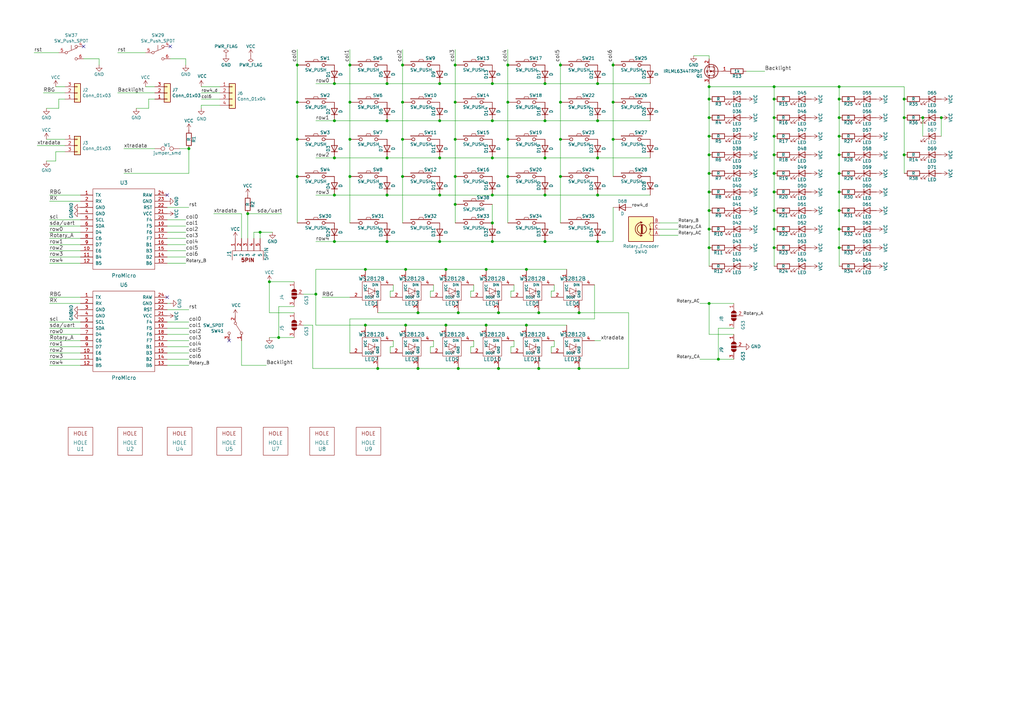
<source format=kicad_sch>
(kicad_sch (version 20201015) (generator eeschema)
  (paper "A3")
  (title_block (title "ErgoDash-R") (date "2020-12-29") (rev "1.3") (company "Eleanor Clifford") (comment 1 "Originally designed by omkbd"))
  (junction (at 77.47 60.96) (diameter 1.016))
  (junction (at 101.6 87.63) (diameter 1.016))
  (junction (at 106.68 95.25) (diameter 1.016))
  (junction (at 110.49 115.57) (diameter 1.016))
  (junction (at 114.3 138.43) (diameter 1.016))
  (junction (at 121.92 26.67) (diameter 1.016))
  (junction (at 121.92 41.91) (diameter 1.016))
  (junction (at 121.92 57.15) (diameter 1.016))
  (junction (at 121.92 72.39) (diameter 1.016))
  (junction (at 129.54 120.65) (diameter 1.016))
  (junction (at 137.16 34.29) (diameter 1.016))
  (junction (at 137.16 49.53) (diameter 1.016))
  (junction (at 137.16 64.77) (diameter 1.016))
  (junction (at 137.16 80.01) (diameter 1.016))
  (junction (at 137.16 99.06) (diameter 1.016))
  (junction (at 143.51 26.67) (diameter 1.016))
  (junction (at 143.51 41.91) (diameter 1.016))
  (junction (at 143.51 57.15) (diameter 1.016))
  (junction (at 143.51 72.39) (diameter 1.016))
  (junction (at 149.86 110.49) (diameter 1.016))
  (junction (at 149.86 133.35) (diameter 1.016))
  (junction (at 154.94 151.13) (diameter 1.016))
  (junction (at 158.75 34.29) (diameter 1.016))
  (junction (at 158.75 49.53) (diameter 1.016))
  (junction (at 158.75 64.77) (diameter 1.016))
  (junction (at 158.75 80.01) (diameter 1.016))
  (junction (at 158.75 99.06) (diameter 1.016))
  (junction (at 165.1 26.67) (diameter 1.016))
  (junction (at 165.1 41.91) (diameter 1.016))
  (junction (at 165.1 57.15) (diameter 1.016))
  (junction (at 165.1 72.39) (diameter 1.016))
  (junction (at 166.37 110.49) (diameter 1.016))
  (junction (at 166.37 133.35) (diameter 1.016))
  (junction (at 171.45 128.27) (diameter 1.016))
  (junction (at 171.45 151.13) (diameter 1.016))
  (junction (at 180.34 34.29) (diameter 1.016))
  (junction (at 180.34 49.53) (diameter 1.016))
  (junction (at 180.34 64.77) (diameter 1.016))
  (junction (at 180.34 80.01) (diameter 1.016))
  (junction (at 180.34 99.06) (diameter 1.016))
  (junction (at 182.88 110.49) (diameter 1.016))
  (junction (at 182.88 133.35) (diameter 1.016))
  (junction (at 186.69 26.67) (diameter 1.016))
  (junction (at 186.69 41.91) (diameter 1.016))
  (junction (at 186.69 57.15) (diameter 1.016))
  (junction (at 186.69 72.39) (diameter 1.016))
  (junction (at 186.69 83.82) (diameter 1.016))
  (junction (at 187.96 128.27) (diameter 1.016))
  (junction (at 187.96 151.13) (diameter 1.016))
  (junction (at 199.39 110.49) (diameter 1.016))
  (junction (at 199.39 133.35) (diameter 1.016))
  (junction (at 201.93 34.29) (diameter 1.016))
  (junction (at 201.93 49.53) (diameter 1.016))
  (junction (at 201.93 64.77) (diameter 1.016))
  (junction (at 201.93 80.01) (diameter 1.016))
  (junction (at 201.93 91.44) (diameter 1.016))
  (junction (at 201.93 99.06) (diameter 1.016))
  (junction (at 204.47 128.27) (diameter 1.016))
  (junction (at 204.47 151.13) (diameter 1.016))
  (junction (at 208.28 26.67) (diameter 1.016))
  (junction (at 208.28 41.91) (diameter 1.016))
  (junction (at 208.28 57.15) (diameter 1.016))
  (junction (at 208.28 72.39) (diameter 1.016))
  (junction (at 215.9 110.49) (diameter 1.016))
  (junction (at 215.9 133.35) (diameter 1.016))
  (junction (at 220.98 128.27) (diameter 1.016))
  (junction (at 220.98 151.13) (diameter 1.016))
  (junction (at 223.52 34.29) (diameter 1.016))
  (junction (at 223.52 49.53) (diameter 1.016))
  (junction (at 223.52 64.77) (diameter 1.016))
  (junction (at 223.52 80.01) (diameter 1.016))
  (junction (at 223.52 99.06) (diameter 1.016))
  (junction (at 229.87 26.67) (diameter 1.016))
  (junction (at 229.87 41.91) (diameter 1.016))
  (junction (at 229.87 57.15) (diameter 1.016))
  (junction (at 229.87 72.39) (diameter 1.016))
  (junction (at 237.49 128.27) (diameter 1.016))
  (junction (at 237.49 151.13) (diameter 1.016))
  (junction (at 245.11 34.29) (diameter 1.016))
  (junction (at 245.11 49.53) (diameter 1.016))
  (junction (at 245.11 64.77) (diameter 1.016))
  (junction (at 245.11 80.01) (diameter 1.016))
  (junction (at 245.11 99.06) (diameter 1.016))
  (junction (at 251.46 26.67) (diameter 1.016))
  (junction (at 251.46 41.91) (diameter 1.016))
  (junction (at 251.46 57.15) (diameter 1.016))
  (junction (at 290.83 35.56) (diameter 1.016))
  (junction (at 290.83 40.64) (diameter 1.016))
  (junction (at 290.83 48.26) (diameter 1.016))
  (junction (at 290.83 55.88) (diameter 1.016))
  (junction (at 290.83 63.5) (diameter 1.016))
  (junction (at 290.83 71.12) (diameter 1.016))
  (junction (at 290.83 78.74) (diameter 1.016))
  (junction (at 290.83 86.36) (diameter 1.016))
  (junction (at 290.83 93.98) (diameter 1.016))
  (junction (at 290.83 101.6) (diameter 1.016))
  (junction (at 290.83 124.46) (diameter 1.016))
  (junction (at 294.64 147.32) (diameter 1.016))
  (junction (at 317.5 35.56) (diameter 1.016))
  (junction (at 317.5 40.64) (diameter 1.016))
  (junction (at 317.5 48.26) (diameter 1.016))
  (junction (at 317.5 55.88) (diameter 1.016))
  (junction (at 317.5 63.5) (diameter 1.016))
  (junction (at 317.5 71.12) (diameter 1.016))
  (junction (at 317.5 78.74) (diameter 1.016))
  (junction (at 317.5 86.36) (diameter 1.016))
  (junction (at 317.5 93.98) (diameter 1.016))
  (junction (at 317.5 101.6) (diameter 1.016))
  (junction (at 344.17 35.56) (diameter 1.016))
  (junction (at 344.17 40.64) (diameter 1.016))
  (junction (at 344.17 48.26) (diameter 1.016))
  (junction (at 344.17 55.88) (diameter 1.016))
  (junction (at 344.17 63.5) (diameter 1.016))
  (junction (at 344.17 71.12) (diameter 1.016))
  (junction (at 344.17 78.74) (diameter 1.016))
  (junction (at 344.17 86.36) (diameter 1.016))
  (junction (at 344.17 93.98) (diameter 1.016))
  (junction (at 344.17 101.6) (diameter 1.016))
  (junction (at 370.84 40.64) (diameter 1.016))
  (junction (at 370.84 48.26) (diameter 1.016))
  (junction (at 370.84 63.5) (diameter 1.016))
  (junction (at 378.46 48.26) (diameter 1.016))
  (junction (at 386.08 48.26) (diameter 1.016))
  (no_connect (at 68.58 80.01))
  (no_connect (at 68.58 121.92))
  (no_connect (at 69.85 19.05))
  (no_connect (at 93.98 139.7))
  (no_connect (at 34.29 19.05))
  (wire (pts (xy 13.97 21.59) (xy 24.13 21.59)))
  (wire (pts (xy 17.78 38.1) (xy 26.67 38.1)))
  (wire (pts (xy 19.05 57.15) (xy 26.67 57.15)))
  (wire (pts (xy 20.32 80.01) (xy 33.02 80.01)))
  (wire (pts (xy 20.32 82.55) (xy 33.02 82.55)))
  (wire (pts (xy 20.32 95.25) (xy 33.02 95.25)))
  (wire (pts (xy 20.32 97.79) (xy 33.02 97.79)))
  (wire (pts (xy 20.32 100.33) (xy 33.02 100.33)))
  (wire (pts (xy 20.32 102.87) (xy 33.02 102.87)))
  (wire (pts (xy 20.32 105.41) (xy 33.02 105.41)))
  (wire (pts (xy 20.32 107.95) (xy 33.02 107.95)))
  (wire (pts (xy 20.32 121.92) (xy 33.02 121.92)))
  (wire (pts (xy 20.32 124.46) (xy 33.02 124.46)))
  (wire (pts (xy 20.32 137.16) (xy 33.02 137.16)))
  (wire (pts (xy 20.32 139.7) (xy 33.02 139.7)))
  (wire (pts (xy 20.32 142.24) (xy 33.02 142.24)))
  (wire (pts (xy 20.32 144.78) (xy 33.02 144.78)))
  (wire (pts (xy 20.32 147.32) (xy 33.02 147.32)))
  (wire (pts (xy 20.32 149.86) (xy 33.02 149.86)))
  (wire (pts (xy 22.86 35.56) (xy 26.67 35.56)))
  (wire (pts (xy 22.86 62.23) (xy 22.86 66.04)))
  (wire (pts (xy 22.86 62.23) (xy 26.67 62.23)))
  (wire (pts (xy 22.86 66.04) (xy 19.05 66.04)))
  (wire (pts (xy 24.13 40.64) (xy 24.13 44.45)))
  (wire (pts (xy 24.13 44.45) (xy 19.05 44.45)))
  (wire (pts (xy 26.67 40.64) (xy 24.13 40.64)))
  (wire (pts (xy 26.67 59.69) (xy 15.24 59.69)))
  (wire (pts (xy 33.02 90.17) (xy 20.32 90.17)))
  (wire (pts (xy 33.02 92.71) (xy 20.32 92.71)))
  (wire (pts (xy 33.02 132.08) (xy 20.32 132.08)))
  (wire (pts (xy 33.02 134.62) (xy 20.32 134.62)))
  (wire (pts (xy 34.29 24.13) (xy 40.64 24.13)))
  (wire (pts (xy 40.64 24.13) (xy 40.64 26.67)))
  (wire (pts (xy 48.26 38.1) (xy 63.5 38.1)))
  (wire (pts (xy 50.8 71.12) (xy 77.47 71.12)))
  (wire (pts (xy 59.69 21.59) (xy 48.26 21.59)))
  (wire (pts (xy 59.69 35.56) (xy 63.5 35.56)))
  (wire (pts (xy 60.96 40.64) (xy 60.96 44.45)))
  (wire (pts (xy 60.96 44.45) (xy 55.88 44.45)))
  (wire (pts (xy 63.5 40.64) (xy 60.96 40.64)))
  (wire (pts (xy 63.5 60.96) (xy 50.8 60.96)))
  (wire (pts (xy 68.58 85.09) (xy 77.47 85.09)))
  (wire (pts (xy 68.58 90.17) (xy 76.2 90.17)))
  (wire (pts (xy 68.58 92.71) (xy 76.2 92.71)))
  (wire (pts (xy 68.58 95.25) (xy 76.2 95.25)))
  (wire (pts (xy 68.58 97.79) (xy 76.2 97.79)))
  (wire (pts (xy 68.58 100.33) (xy 76.2 100.33)))
  (wire (pts (xy 68.58 102.87) (xy 76.2 102.87)))
  (wire (pts (xy 68.58 105.41) (xy 76.2 105.41)))
  (wire (pts (xy 68.58 124.46) (xy 69.85 124.46)))
  (wire (pts (xy 68.58 127) (xy 77.47 127)))
  (wire (pts (xy 68.58 132.08) (xy 77.47 132.08)))
  (wire (pts (xy 68.58 134.62) (xy 77.47 134.62)))
  (wire (pts (xy 68.58 137.16) (xy 77.47 137.16)))
  (wire (pts (xy 68.58 139.7) (xy 77.47 139.7)))
  (wire (pts (xy 68.58 142.24) (xy 77.47 142.24)))
  (wire (pts (xy 68.58 144.78) (xy 77.47 144.78)))
  (wire (pts (xy 68.58 147.32) (xy 77.47 147.32)))
  (wire (pts (xy 68.58 149.86) (xy 77.47 149.86)))
  (wire (pts (xy 69.85 24.13) (xy 76.2 24.13)))
  (wire (pts (xy 76.2 24.13) (xy 76.2 26.67)))
  (wire (pts (xy 76.2 107.95) (xy 68.58 107.95)))
  (wire (pts (xy 77.47 60.96) (xy 73.66 60.96)))
  (wire (pts (xy 77.47 71.12) (xy 77.47 60.96)))
  (wire (pts (xy 82.55 35.56) (xy 90.17 35.56)))
  (wire (pts (xy 82.55 38.1) (xy 90.17 38.1)))
  (wire (pts (xy 82.55 40.64) (xy 90.17 40.64)))
  (wire (pts (xy 82.55 43.18) (xy 82.55 44.45)))
  (wire (pts (xy 82.55 43.18) (xy 90.17 43.18)))
  (wire (pts (xy 99.06 87.63) (xy 87.63 87.63)))
  (wire (pts (xy 99.06 97.79) (xy 99.06 87.63)))
  (wire (pts (xy 99.06 139.7) (xy 99.06 149.86)))
  (wire (pts (xy 99.06 149.86) (xy 109.22 149.86)))
  (wire (pts (xy 101.6 87.63) (xy 101.6 97.79)))
  (wire (pts (xy 101.6 87.63) (xy 115.57 87.63)))
  (wire (pts (xy 104.14 95.25) (xy 106.68 95.25)))
  (wire (pts (xy 104.14 97.79) (xy 104.14 95.25)))
  (wire (pts (xy 106.68 95.25) (xy 106.68 97.79)))
  (wire (pts (xy 106.68 95.25) (xy 111.76 95.25)))
  (wire (pts (xy 110.49 115.57) (xy 110.49 128.27)))
  (wire (pts (xy 110.49 115.57) (xy 120.65 115.57)))
  (wire (pts (xy 110.49 128.27) (xy 120.65 128.27)))
  (wire (pts (xy 110.49 138.43) (xy 114.3 138.43)))
  (wire (pts (xy 114.3 125.73) (xy 114.3 138.43)))
  (wire (pts (xy 114.3 125.73) (xy 120.65 125.73)))
  (wire (pts (xy 114.3 138.43) (xy 120.65 138.43)))
  (wire (pts (xy 121.92 20.32) (xy 121.92 26.67)))
  (wire (pts (xy 121.92 26.67) (xy 121.92 41.91)))
  (wire (pts (xy 121.92 41.91) (xy 121.92 57.15)))
  (wire (pts (xy 121.92 57.15) (xy 121.92 72.39)))
  (wire (pts (xy 121.92 72.39) (xy 121.92 91.44)))
  (wire (pts (xy 124.46 120.65) (xy 129.54 120.65)))
  (wire (pts (xy 124.46 133.35) (xy 128.27 133.35)))
  (wire (pts (xy 128.27 133.35) (xy 128.27 151.13)))
  (wire (pts (xy 128.27 151.13) (xy 154.94 151.13)))
  (wire (pts (xy 129.54 34.29) (xy 137.16 34.29)))
  (wire (pts (xy 129.54 49.53) (xy 137.16 49.53)))
  (wire (pts (xy 129.54 64.77) (xy 137.16 64.77)))
  (wire (pts (xy 129.54 80.01) (xy 137.16 80.01)))
  (wire (pts (xy 129.54 99.06) (xy 137.16 99.06)))
  (wire (pts (xy 129.54 110.49) (xy 129.54 120.65)))
  (wire (pts (xy 129.54 110.49) (xy 149.86 110.49)))
  (wire (pts (xy 129.54 120.65) (xy 129.54 133.35)))
  (wire (pts (xy 129.54 133.35) (xy 149.86 133.35)))
  (wire (pts (xy 132.08 121.92) (xy 143.51 121.92)))
  (wire (pts (xy 137.16 34.29) (xy 158.75 34.29)))
  (wire (pts (xy 137.16 49.53) (xy 158.75 49.53)))
  (wire (pts (xy 137.16 64.77) (xy 158.75 64.77)))
  (wire (pts (xy 137.16 80.01) (xy 158.75 80.01)))
  (wire (pts (xy 137.16 99.06) (xy 158.75 99.06)))
  (wire (pts (xy 143.51 20.32) (xy 143.51 26.67)))
  (wire (pts (xy 143.51 26.67) (xy 143.51 41.91)))
  (wire (pts (xy 143.51 41.91) (xy 143.51 57.15)))
  (wire (pts (xy 143.51 57.15) (xy 143.51 72.39)))
  (wire (pts (xy 143.51 72.39) (xy 143.51 91.44)))
  (wire (pts (xy 143.51 130.81) (xy 243.84 130.81)))
  (wire (pts (xy 143.51 144.78) (xy 143.51 130.81)))
  (wire (pts (xy 149.86 110.49) (xy 166.37 110.49)))
  (wire (pts (xy 149.86 133.35) (xy 166.37 133.35)))
  (wire (pts (xy 154.94 128.27) (xy 171.45 128.27)))
  (wire (pts (xy 154.94 151.13) (xy 171.45 151.13)))
  (wire (pts (xy 158.75 34.29) (xy 180.34 34.29)))
  (wire (pts (xy 158.75 49.53) (xy 180.34 49.53)))
  (wire (pts (xy 158.75 64.77) (xy 180.34 64.77)))
  (wire (pts (xy 158.75 80.01) (xy 180.34 80.01)))
  (wire (pts (xy 158.75 99.06) (xy 180.34 99.06)))
  (wire (pts (xy 160.02 119.38) (xy 160.02 121.92)))
  (wire (pts (xy 160.02 142.24) (xy 160.02 144.78)))
  (wire (pts (xy 161.29 116.84) (xy 161.29 119.38)))
  (wire (pts (xy 161.29 119.38) (xy 160.02 119.38)))
  (wire (pts (xy 161.29 139.7) (xy 161.29 142.24)))
  (wire (pts (xy 161.29 142.24) (xy 160.02 142.24)))
  (wire (pts (xy 165.1 20.32) (xy 165.1 26.67)))
  (wire (pts (xy 165.1 26.67) (xy 165.1 41.91)))
  (wire (pts (xy 165.1 41.91) (xy 165.1 57.15)))
  (wire (pts (xy 165.1 57.15) (xy 165.1 72.39)))
  (wire (pts (xy 165.1 72.39) (xy 165.1 91.44)))
  (wire (pts (xy 166.37 110.49) (xy 182.88 110.49)))
  (wire (pts (xy 166.37 133.35) (xy 182.88 133.35)))
  (wire (pts (xy 171.45 128.27) (xy 187.96 128.27)))
  (wire (pts (xy 171.45 151.13) (xy 187.96 151.13)))
  (wire (pts (xy 176.53 119.38) (xy 176.53 121.92)))
  (wire (pts (xy 176.53 142.24) (xy 176.53 144.78)))
  (wire (pts (xy 177.8 116.84) (xy 177.8 119.38)))
  (wire (pts (xy 177.8 119.38) (xy 176.53 119.38)))
  (wire (pts (xy 177.8 139.7) (xy 177.8 142.24)))
  (wire (pts (xy 177.8 142.24) (xy 176.53 142.24)))
  (wire (pts (xy 180.34 34.29) (xy 201.93 34.29)))
  (wire (pts (xy 180.34 49.53) (xy 201.93 49.53)))
  (wire (pts (xy 180.34 64.77) (xy 201.93 64.77)))
  (wire (pts (xy 180.34 80.01) (xy 201.93 80.01)))
  (wire (pts (xy 180.34 99.06) (xy 201.93 99.06)))
  (wire (pts (xy 182.88 110.49) (xy 199.39 110.49)))
  (wire (pts (xy 182.88 133.35) (xy 199.39 133.35)))
  (wire (pts (xy 186.69 20.32) (xy 186.69 26.67)))
  (wire (pts (xy 186.69 26.67) (xy 186.69 41.91)))
  (wire (pts (xy 186.69 41.91) (xy 186.69 57.15)))
  (wire (pts (xy 186.69 57.15) (xy 186.69 72.39)))
  (wire (pts (xy 186.69 72.39) (xy 186.69 83.82)))
  (wire (pts (xy 186.69 83.82) (xy 186.69 91.44)))
  (wire (pts (xy 187.96 128.27) (xy 204.47 128.27)))
  (wire (pts (xy 187.96 151.13) (xy 204.47 151.13)))
  (wire (pts (xy 193.04 119.38) (xy 193.04 121.92)))
  (wire (pts (xy 193.04 142.24) (xy 193.04 144.78)))
  (wire (pts (xy 194.31 116.84) (xy 194.31 119.38)))
  (wire (pts (xy 194.31 119.38) (xy 193.04 119.38)))
  (wire (pts (xy 194.31 139.7) (xy 194.31 142.24)))
  (wire (pts (xy 194.31 142.24) (xy 193.04 142.24)))
  (wire (pts (xy 199.39 110.49) (xy 215.9 110.49)))
  (wire (pts (xy 199.39 133.35) (xy 215.9 133.35)))
  (wire (pts (xy 201.93 34.29) (xy 223.52 34.29)))
  (wire (pts (xy 201.93 49.53) (xy 223.52 49.53)))
  (wire (pts (xy 201.93 64.77) (xy 223.52 64.77)))
  (wire (pts (xy 201.93 80.01) (xy 223.52 80.01)))
  (wire (pts (xy 201.93 83.82) (xy 201.93 91.44)))
  (wire (pts (xy 201.93 99.06) (xy 223.52 99.06)))
  (wire (pts (xy 204.47 128.27) (xy 220.98 128.27)))
  (wire (pts (xy 204.47 151.13) (xy 220.98 151.13)))
  (wire (pts (xy 208.28 20.32) (xy 208.28 26.67)))
  (wire (pts (xy 208.28 26.67) (xy 208.28 41.91)))
  (wire (pts (xy 208.28 41.91) (xy 208.28 57.15)))
  (wire (pts (xy 208.28 57.15) (xy 208.28 72.39)))
  (wire (pts (xy 208.28 72.39) (xy 208.28 91.44)))
  (wire (pts (xy 209.55 119.38) (xy 209.55 121.92)))
  (wire (pts (xy 209.55 142.24) (xy 209.55 144.78)))
  (wire (pts (xy 210.82 116.84) (xy 210.82 119.38)))
  (wire (pts (xy 210.82 119.38) (xy 209.55 119.38)))
  (wire (pts (xy 210.82 139.7) (xy 210.82 142.24)))
  (wire (pts (xy 210.82 142.24) (xy 209.55 142.24)))
  (wire (pts (xy 215.9 110.49) (xy 232.41 110.49)))
  (wire (pts (xy 215.9 133.35) (xy 232.41 133.35)))
  (wire (pts (xy 220.98 128.27) (xy 237.49 128.27)))
  (wire (pts (xy 220.98 151.13) (xy 237.49 151.13)))
  (wire (pts (xy 223.52 34.29) (xy 245.11 34.29)))
  (wire (pts (xy 223.52 49.53) (xy 245.11 49.53)))
  (wire (pts (xy 223.52 64.77) (xy 245.11 64.77)))
  (wire (pts (xy 223.52 80.01) (xy 245.11 80.01)))
  (wire (pts (xy 223.52 99.06) (xy 245.11 99.06)))
  (wire (pts (xy 226.06 119.38) (xy 226.06 121.92)))
  (wire (pts (xy 226.06 142.24) (xy 226.06 144.78)))
  (wire (pts (xy 227.33 116.84) (xy 227.33 119.38)))
  (wire (pts (xy 227.33 119.38) (xy 226.06 119.38)))
  (wire (pts (xy 227.33 139.7) (xy 227.33 142.24)))
  (wire (pts (xy 227.33 142.24) (xy 226.06 142.24)))
  (wire (pts (xy 229.87 25.4) (xy 229.87 26.67)))
  (wire (pts (xy 229.87 26.67) (xy 229.87 41.91)))
  (wire (pts (xy 229.87 41.91) (xy 229.87 57.15)))
  (wire (pts (xy 229.87 57.15) (xy 229.87 72.39)))
  (wire (pts (xy 229.87 72.39) (xy 229.87 91.44)))
  (wire (pts (xy 237.49 128.27) (xy 257.81 128.27)))
  (wire (pts (xy 237.49 151.13) (xy 257.81 151.13)))
  (wire (pts (xy 243.84 130.81) (xy 243.84 116.84)))
  (wire (pts (xy 243.84 139.7) (xy 246.38 139.7)))
  (wire (pts (xy 245.11 34.29) (xy 266.7 34.29)))
  (wire (pts (xy 245.11 49.53) (xy 266.7 49.53)))
  (wire (pts (xy 245.11 64.77) (xy 266.7 64.77)))
  (wire (pts (xy 245.11 80.01) (xy 266.7 80.01)))
  (wire (pts (xy 245.11 99.06) (xy 251.46 99.06)))
  (wire (pts (xy 251.46 25.4) (xy 251.46 26.67)))
  (wire (pts (xy 251.46 26.67) (xy 251.46 41.91)))
  (wire (pts (xy 251.46 41.91) (xy 251.46 57.15)))
  (wire (pts (xy 251.46 57.15) (xy 251.46 72.39)))
  (wire (pts (xy 251.46 99.06) (xy 251.46 85.09)))
  (wire (pts (xy 257.81 151.13) (xy 257.81 128.27)))
  (wire (pts (xy 270.51 93.98) (xy 278.13 93.98)))
  (wire (pts (xy 278.13 91.44) (xy 270.51 91.44)))
  (wire (pts (xy 278.13 96.52) (xy 270.51 96.52)))
  (wire (pts (xy 287.02 124.46) (xy 290.83 124.46)))
  (wire (pts (xy 287.02 147.32) (xy 294.64 147.32)))
  (wire (pts (xy 290.83 22.86) (xy 284.48 22.86)))
  (wire (pts (xy 290.83 24.13) (xy 290.83 22.86)))
  (wire (pts (xy 290.83 34.29) (xy 290.83 35.56)))
  (wire (pts (xy 290.83 35.56) (xy 290.83 40.64)))
  (wire (pts (xy 290.83 35.56) (xy 317.5 35.56)))
  (wire (pts (xy 290.83 40.64) (xy 290.83 48.26)))
  (wire (pts (xy 290.83 48.26) (xy 290.83 55.88)))
  (wire (pts (xy 290.83 55.88) (xy 290.83 63.5)))
  (wire (pts (xy 290.83 63.5) (xy 290.83 71.12)))
  (wire (pts (xy 290.83 71.12) (xy 290.83 78.74)))
  (wire (pts (xy 290.83 78.74) (xy 290.83 86.36)))
  (wire (pts (xy 290.83 86.36) (xy 290.83 93.98)))
  (wire (pts (xy 290.83 93.98) (xy 290.83 101.6)))
  (wire (pts (xy 290.83 101.6) (xy 290.83 109.22)))
  (wire (pts (xy 290.83 124.46) (xy 290.83 137.16)))
  (wire (pts (xy 290.83 124.46) (xy 300.99 124.46)))
  (wire (pts (xy 290.83 137.16) (xy 300.99 137.16)))
  (wire (pts (xy 294.64 134.62) (xy 294.64 147.32)))
  (wire (pts (xy 294.64 134.62) (xy 300.99 134.62)))
  (wire (pts (xy 294.64 147.32) (xy 300.99 147.32)))
  (wire (pts (xy 306.07 29.21) (xy 313.69 29.21)))
  (wire (pts (xy 317.5 35.56) (xy 317.5 40.64)))
  (wire (pts (xy 317.5 35.56) (xy 344.17 35.56)))
  (wire (pts (xy 317.5 40.64) (xy 317.5 48.26)))
  (wire (pts (xy 317.5 48.26) (xy 317.5 55.88)))
  (wire (pts (xy 317.5 55.88) (xy 317.5 63.5)))
  (wire (pts (xy 317.5 63.5) (xy 317.5 71.12)))
  (wire (pts (xy 317.5 71.12) (xy 317.5 78.74)))
  (wire (pts (xy 317.5 78.74) (xy 317.5 86.36)))
  (wire (pts (xy 317.5 86.36) (xy 317.5 93.98)))
  (wire (pts (xy 317.5 93.98) (xy 317.5 101.6)))
  (wire (pts (xy 317.5 101.6) (xy 317.5 109.22)))
  (wire (pts (xy 344.17 35.56) (xy 344.17 40.64)))
  (wire (pts (xy 344.17 35.56) (xy 370.84 35.56)))
  (wire (pts (xy 344.17 40.64) (xy 344.17 48.26)))
  (wire (pts (xy 344.17 48.26) (xy 344.17 55.88)))
  (wire (pts (xy 344.17 55.88) (xy 344.17 63.5)))
  (wire (pts (xy 344.17 63.5) (xy 344.17 71.12)))
  (wire (pts (xy 344.17 71.12) (xy 344.17 78.74)))
  (wire (pts (xy 344.17 78.74) (xy 344.17 86.36)))
  (wire (pts (xy 344.17 86.36) (xy 344.17 93.98)))
  (wire (pts (xy 344.17 93.98) (xy 344.17 101.6)))
  (wire (pts (xy 344.17 101.6) (xy 344.17 109.22)))
  (wire (pts (xy 370.84 35.56) (xy 370.84 40.64)))
  (wire (pts (xy 370.84 40.64) (xy 370.84 48.26)))
  (wire (pts (xy 370.84 48.26) (xy 370.84 63.5)))
  (wire (pts (xy 370.84 63.5) (xy 370.84 71.12)))
  (wire (pts (xy 378.46 55.88) (xy 378.46 48.26)))
  (wire (pts (xy 386.08 55.88) (xy 386.08 48.26)))
  (label "rst" (at 13.97 21.59 0) (effects (font (size 1.524 1.524))))
  (label "xtradata" (at 15.24 59.69 0) (effects (font (size 1.524 1.524))))
  (label "RBG" (at 17.78 38.1 0) (effects (font (size 1.524 1.524))))
  (label "RBG" (at 20.32 80.01 0) (effects (font (size 1.524 1.524))))
  (label "RX" (at 20.32 82.55 0) (effects (font (size 1.524 1.524))))
  (label "scl" (at 20.32 90.17 0) (effects (font (size 1.524 1.524))))
  (label "sda/uart" (at 20.32 92.71 0) (effects (font (size 1.524 1.524))))
  (label "row0" (at 20.32 95.25 0) (effects (font (size 1.524 1.524))))
  (label "Rotary_A" (at 20.32 97.79 0) (effects (font (size 1.524 1.524))))
  (label "row1" (at 20.32 100.33 0) (effects (font (size 1.524 1.524))))
  (label "row2" (at 20.32 102.87 0) (effects (font (size 1.524 1.524))))
  (label "row3" (at 20.32 105.41 0) (effects (font (size 1.524 1.524))))
  (label "row4" (at 20.32 107.95 0) (effects (font (size 1.524 1.524))))
  (label "RBG" (at 20.32 121.92 0) (effects (font (size 1.524 1.524))))
  (label "RX" (at 20.32 124.46 0) (effects (font (size 1.524 1.524))))
  (label "scl" (at 20.32 132.08 0) (effects (font (size 1.524 1.524))))
  (label "sda/uart" (at 20.32 134.62 0) (effects (font (size 1.524 1.524))))
  (label "row0" (at 20.32 137.16 0) (effects (font (size 1.524 1.524))))
  (label "Rotary_A" (at 20.32 139.7 0) (effects (font (size 1.524 1.524))))
  (label "row1" (at 20.32 142.24 0) (effects (font (size 1.524 1.524))))
  (label "row2" (at 20.32 144.78 0) (effects (font (size 1.524 1.524))))
  (label "row3" (at 20.32 147.32 0) (effects (font (size 1.524 1.524))))
  (label "row4" (at 20.32 149.86 0) (effects (font (size 1.524 1.524))))
  (label "rst" (at 48.26 21.59 0) (effects (font (size 1.524 1.524))))
  (label "Backlight" (at 48.26 38.1 0) (effects (font (size 1.524 1.524))))
  (label "xtradata" (at 50.8 60.96 0) (effects (font (size 1.524 1.524))))
  (label "scl" (at 50.8 71.12 0) (effects (font (size 1.524 1.524))))
  (label "col0" (at 76.2 90.17 0) (effects (font (size 1.524 1.524))))
  (label "col1" (at 76.2 92.71 0) (effects (font (size 1.524 1.524))))
  (label "col2" (at 76.2 95.25 0) (effects (font (size 1.524 1.524))))
  (label "col3" (at 76.2 97.79 0) (effects (font (size 1.524 1.524))))
  (label "col4" (at 76.2 100.33 0) (effects (font (size 1.524 1.524))))
  (label "col5" (at 76.2 102.87 0) (effects (font (size 1.524 1.524))))
  (label "col6" (at 76.2 105.41 0) (effects (font (size 1.524 1.524))))
  (label "Rotary_B" (at 76.2 107.95 0))
  (label "rst" (at 77.47 85.09 0) (effects (font (size 1.524 1.524))))
  (label "rst" (at 77.47 127 0) (effects (font (size 1.524 1.524))))
  (label "col0" (at 77.47 132.08 0) (effects (font (size 1.524 1.524))))
  (label "col1" (at 77.47 134.62 0) (effects (font (size 1.524 1.524))))
  (label "col2" (at 77.47 137.16 0) (effects (font (size 1.524 1.524))))
  (label "col3" (at 77.47 139.7 0) (effects (font (size 1.524 1.524))))
  (label "col4" (at 77.47 142.24 0) (effects (font (size 1.524 1.524))))
  (label "col5" (at 77.47 144.78 0) (effects (font (size 1.524 1.524))))
  (label "col6" (at 77.47 147.32 0) (effects (font (size 1.524 1.524))))
  (label "Rotary_B" (at 77.47 149.86 0))
  (label "row4_d" (at 82.55 38.1 0))
  (label "col6" (at 82.55 40.64 0))
  (label "xtradata" (at 87.63 87.63 0) (effects (font (size 1.524 1.524))))
  (label "sda/uart" (at 105.41 87.63 0) (effects (font (size 1.524 1.524))))
  (label "Backlight" (at 109.22 149.86 0) (effects (font (size 1.524 1.524))))
  (label "col0" (at 121.92 25.4 90) (effects (font (size 1.524 1.524))))
  (label "row0" (at 129.54 34.29 0) (effects (font (size 1.524 1.524))))
  (label "row1" (at 129.54 49.53 0) (effects (font (size 1.524 1.524))))
  (label "row2" (at 129.54 64.77 0) (effects (font (size 1.524 1.524))))
  (label "row3" (at 129.54 80.01 0) (effects (font (size 1.524 1.524))))
  (label "row4" (at 129.54 99.06 0) (effects (font (size 1.524 1.524))))
  (label "RBG" (at 132.08 121.92 0) (effects (font (size 1.524 1.524))))
  (label "col1" (at 143.51 25.4 90) (effects (font (size 1.524 1.524))))
  (label "col2" (at 165.1 25.4 90) (effects (font (size 1.524 1.524))))
  (label "col3" (at 186.69 25.4 90) (effects (font (size 1.524 1.524))))
  (label "col4" (at 208.28 25.4 90) (effects (font (size 1.524 1.524))))
  (label "col5" (at 229.87 25.4 90) (effects (font (size 1.524 1.524))))
  (label "xtradata" (at 246.38 139.7 0) (effects (font (size 1.524 1.524))))
  (label "col6" (at 251.46 25.4 90) (effects (font (size 1.524 1.524))))
  (label "row4_d" (at 259.08 85.09 0))
  (label "Rotary_B" (at 278.13 91.44 0))
  (label "Rotary_CA" (at 278.13 93.98 0))
  (label "Rotary_AC" (at 278.13 96.52 0))
  (label "Rotary_AC" (at 287.02 124.46 180))
  (label "Rotary_CA" (at 287.02 147.32 180))
  (label "Rotary_A" (at 304.8 129.54 0))
  (label "Backlight" (at 313.69 29.21 0) (effects (font (size 1.524 1.524))))
  (symbol (lib_id "power:PWR_FLAG") (at 92.71 22.86 0) (unit 1)
    (property "Reference" "#FLG09" (effects hide))
    (property "Value" "PWR_FLAG" (at 92.71 19.05 0))
  )
  (symbol (lib_id "power:PWR_FLAG") (at 102.87 22.86 180) (unit 1)
    (property "Reference" "#FLG010" (effects hide))
    (property "Value" "PWR_FLAG" (at 102.87 26.67 0))
  )
  (symbol (lib_id "power:VCC") (at 19.05 57.15 0) (unit 1)
    (property "Reference" "#PWR014" (effects hide))
    (property "Value" "VCC" (at 19.05 53.34 0))
  )
  (symbol (lib_id "power:VCC") (at 22.86 35.56 0) (unit 1)
    (property "Reference" "#PWR016" (effects hide))
    (property "Value" "VCC" (at 22.86 31.75 0))
  )
  (symbol (lib_id "power:VCC") (at 59.69 35.56 0) (unit 1)
    (property "Reference" "#PWR0104" (effects hide))
    (property "Value" "VCC" (at 59.69 31.75 0))
  )
  (symbol (lib_id "power:VCC") (at 68.58 87.63 270) (unit 1)
    (property "Reference" "#PWR02" (effects hide))
    (property "Value" "VCC" (at 72.39 87.63 0))
  )
  (symbol (lib_id "power:VCC") (at 68.58 129.54 270) (unit 1)
    (property "Reference" "#PWR019" (effects hide))
    (property "Value" "VCC" (at 72.39 129.54 0))
  )
  (symbol (lib_id "power:VCC") (at 77.47 53.34 0) (unit 1)
    (property "Reference" "#PWR05" (effects hide))
    (property "Value" "VCC" (at 77.47 49.53 0))
  )
  (symbol (lib_id "power:VCC") (at 82.55 35.56 0) (unit 1)
    (property "Reference" "#PWR0101" (effects hide))
    (property "Value" "VCC" (at 82.9183 31.2356 0))
  )
  (symbol (lib_id "power:VCC") (at 96.52 97.79 0) (unit 1)
    (property "Reference" "#PWR08" (effects hide))
    (property "Value" "VCC" (at 96.52 93.98 0))
  )
  (symbol (lib_id "power:VCC") (at 96.52 129.54 0) (unit 1)
    (property "Reference" "#PWR0103" (effects hide))
    (property "Value" "VCC" (at 96.8883 125.2156 0))
  )
  (symbol (lib_id "power:VCC") (at 101.6 80.01 0) (unit 1)
    (property "Reference" "#PWR06" (effects hide))
    (property "Value" "VCC" (at 101.6 76.2 0))
  )
  (symbol (lib_id "power:VCC") (at 102.87 22.86 0) (unit 1)
    (property "Reference" "#PWR012" (effects hide))
    (property "Value" "VCC" (at 102.87 19.05 0))
  )
  (symbol (lib_id "power:VCC") (at 110.49 115.57 0) (unit 1)
    (property "Reference" "#PWR023" (effects hide))
    (property "Value" "VCC" (at 110.49 111.76 0))
  )
  (symbol (lib_id "power:VCC") (at 306.07 40.64 270) (unit 1)
    (property "Reference" "#PWR025" (effects hide))
    (property "Value" "VCC" (at 309.88 40.64 0))
  )
  (symbol (lib_id "power:VCC") (at 306.07 48.26 270) (unit 1)
    (property "Reference" "#PWR026" (effects hide))
    (property "Value" "VCC" (at 309.88 48.26 0))
  )
  (symbol (lib_id "power:VCC") (at 306.07 55.88 270) (unit 1)
    (property "Reference" "#PWR027" (effects hide))
    (property "Value" "VCC" (at 309.88 55.88 0))
  )
  (symbol (lib_id "power:VCC") (at 306.07 63.5 270) (unit 1)
    (property "Reference" "#PWR028" (effects hide))
    (property "Value" "VCC" (at 309.88 63.5 0))
  )
  (symbol (lib_id "power:VCC") (at 306.07 71.12 270) (unit 1)
    (property "Reference" "#PWR029" (effects hide))
    (property "Value" "VCC" (at 309.88 71.12 0))
  )
  (symbol (lib_id "power:VCC") (at 306.07 78.74 270) (unit 1)
    (property "Reference" "#PWR030" (effects hide))
    (property "Value" "VCC" (at 309.88 78.74 0))
  )
  (symbol (lib_id "power:VCC") (at 306.07 86.36 270) (unit 1)
    (property "Reference" "#PWR031" (effects hide))
    (property "Value" "VCC" (at 309.88 86.36 0))
  )
  (symbol (lib_id "power:VCC") (at 306.07 93.98 270) (unit 1)
    (property "Reference" "#PWR032" (effects hide))
    (property "Value" "VCC" (at 309.88 93.98 0))
  )
  (symbol (lib_id "power:VCC") (at 306.07 101.6 270) (unit 1)
    (property "Reference" "#PWR033" (effects hide))
    (property "Value" "VCC" (at 309.88 101.6 0))
  )
  (symbol (lib_id "power:VCC") (at 306.07 109.22 270) (unit 1)
    (property "Reference" "#PWR034" (effects hide))
    (property "Value" "VCC" (at 309.88 109.22 0))
  )
  (symbol (lib_id "power:VCC") (at 332.74 40.64 270) (unit 1)
    (property "Reference" "#PWR035" (effects hide))
    (property "Value" "VCC" (at 336.55 40.64 0))
  )
  (symbol (lib_id "power:VCC") (at 332.74 48.26 270) (unit 1)
    (property "Reference" "#PWR036" (effects hide))
    (property "Value" "VCC" (at 336.55 48.26 0))
  )
  (symbol (lib_id "power:VCC") (at 332.74 55.88 270) (unit 1)
    (property "Reference" "#PWR037" (effects hide))
    (property "Value" "VCC" (at 336.55 55.88 0))
  )
  (symbol (lib_id "power:VCC") (at 332.74 63.5 270) (unit 1)
    (property "Reference" "#PWR038" (effects hide))
    (property "Value" "VCC" (at 336.55 63.5 0))
  )
  (symbol (lib_id "power:VCC") (at 332.74 71.12 270) (unit 1)
    (property "Reference" "#PWR039" (effects hide))
    (property "Value" "VCC" (at 336.55 71.12 0))
  )
  (symbol (lib_id "power:VCC") (at 332.74 78.74 270) (unit 1)
    (property "Reference" "#PWR040" (effects hide))
    (property "Value" "VCC" (at 336.55 78.74 0))
  )
  (symbol (lib_id "power:VCC") (at 332.74 86.36 270) (unit 1)
    (property "Reference" "#PWR041" (effects hide))
    (property "Value" "VCC" (at 336.55 86.36 0))
  )
  (symbol (lib_id "power:VCC") (at 332.74 93.98 270) (unit 1)
    (property "Reference" "#PWR042" (effects hide))
    (property "Value" "VCC" (at 336.55 93.98 0))
  )
  (symbol (lib_id "power:VCC") (at 332.74 101.6 270) (unit 1)
    (property "Reference" "#PWR043" (effects hide))
    (property "Value" "VCC" (at 336.55 101.6 0))
  )
  (symbol (lib_id "power:VCC") (at 332.74 109.22 270) (unit 1)
    (property "Reference" "#PWR044" (effects hide))
    (property "Value" "VCC" (at 336.55 109.22 0))
  )
  (symbol (lib_id "power:VCC") (at 359.41 40.64 270) (unit 1)
    (property "Reference" "#PWR045" (effects hide))
    (property "Value" "VCC" (at 363.22 40.64 0))
  )
  (symbol (lib_id "power:VCC") (at 359.41 48.26 270) (unit 1)
    (property "Reference" "#PWR046" (effects hide))
    (property "Value" "VCC" (at 363.22 48.26 0))
  )
  (symbol (lib_id "power:VCC") (at 359.41 55.88 270) (unit 1)
    (property "Reference" "#PWR047" (effects hide))
    (property "Value" "VCC" (at 363.22 55.88 0))
  )
  (symbol (lib_id "power:VCC") (at 359.41 63.5 270) (unit 1)
    (property "Reference" "#PWR048" (effects hide))
    (property "Value" "VCC" (at 363.22 63.5 0))
  )
  (symbol (lib_id "power:VCC") (at 359.41 71.12 270) (unit 1)
    (property "Reference" "#PWR049" (effects hide))
    (property "Value" "VCC" (at 363.22 71.12 0))
  )
  (symbol (lib_id "power:VCC") (at 359.41 78.74 270) (unit 1)
    (property "Reference" "#PWR050" (effects hide))
    (property "Value" "VCC" (at 363.22 78.74 0))
  )
  (symbol (lib_id "power:VCC") (at 359.41 86.36 270) (unit 1)
    (property "Reference" "#PWR051" (effects hide))
    (property "Value" "VCC" (at 363.22 86.36 0))
  )
  (symbol (lib_id "power:VCC") (at 359.41 93.98 270) (unit 1)
    (property "Reference" "#PWR052" (effects hide))
    (property "Value" "VCC" (at 363.22 93.98 0))
  )
  (symbol (lib_id "power:VCC") (at 359.41 101.6 270) (unit 1)
    (property "Reference" "#PWR053" (effects hide))
    (property "Value" "VCC" (at 363.22 101.6 0))
  )
  (symbol (lib_id "power:VCC") (at 359.41 109.22 270) (unit 1)
    (property "Reference" "#PWR054" (effects hide))
    (property "Value" "VCC" (at 363.22 109.22 0))
  )
  (symbol (lib_id "power:VCC") (at 386.08 40.64 270) (unit 1)
    (property "Reference" "#PWR055" (effects hide))
    (property "Value" "VCC" (at 389.89 40.64 0))
  )
  (symbol (lib_id "power:VCC") (at 386.08 48.26 270) (unit 1)
    (property "Reference" "#PWR056" (effects hide))
    (property "Value" "VCC" (at 389.89 48.26 0))
  )
  (symbol (lib_id "power:VCC") (at 386.08 63.5 270) (unit 1)
    (property "Reference" "#PWR058" (effects hide))
    (property "Value" "VCC" (at 389.89 63.5 0))
  )
  (symbol (lib_id "power:VCC") (at 386.08 71.12 270) (unit 1)
    (property "Reference" "#PWR060" (effects hide))
    (property "Value" "VCC" (at 389.89 71.12 0))
  )
  (symbol (lib_id "power:GND") (at 19.05 44.45 0) (unit 1)
    (property "Reference" "#PWR017" (effects hide))
    (property "Value" "GND" (at 19.05 48.26 0))
  )
  (symbol (lib_id "power:GND") (at 19.05 66.04 0) (unit 1)
    (property "Reference" "#PWR015" (effects hide))
    (property "Value" "GND" (at 19.05 69.85 0))
  )
  (symbol (lib_id "power:GND") (at 33.02 85.09 270) (unit 1)
    (property "Reference" "#PWR03" (effects hide))
    (property "Value" "GND" (at 29.21 85.09 0))
  )
  (symbol (lib_id "power:GND") (at 33.02 87.63 270) (unit 1)
    (property "Reference" "#PWR04" (effects hide))
    (property "Value" "GND" (at 29.21 87.63 0))
  )
  (symbol (lib_id "power:GND") (at 33.02 127 270) (unit 1)
    (property "Reference" "#PWR020" (effects hide))
    (property "Value" "GND" (at 29.21 127 0))
  )
  (symbol (lib_id "power:GND") (at 33.02 129.54 270) (unit 1)
    (property "Reference" "#PWR021" (effects hide))
    (property "Value" "GND" (at 29.21 129.54 0))
  )
  (symbol (lib_id "power:GND") (at 40.64 26.67 0) (unit 1)
    (property "Reference" "#PWR022" (effects hide))
    (property "Value" "GND" (at 40.64 30.48 0))
  )
  (symbol (lib_id "power:GND") (at 55.88 44.45 0) (unit 1)
    (property "Reference" "#PWR0105" (effects hide))
    (property "Value" "GND" (at 55.88 48.26 0))
  )
  (symbol (lib_id "power:GND") (at 68.58 82.55 90) (unit 1)
    (property "Reference" "#PWR01" (effects hide))
    (property "Value" "GND" (at 72.39 82.55 0))
  )
  (symbol (lib_id "power:GND") (at 69.85 124.46 90) (unit 1)
    (property "Reference" "#PWR018" (effects hide))
    (property "Value" "GND" (at 73.66 124.46 0))
  )
  (symbol (lib_id "power:GND") (at 76.2 26.67 0) (unit 1)
    (property "Reference" "#PWR013" (effects hide))
    (property "Value" "GND" (at 76.2 30.48 0))
  )
  (symbol (lib_id "power:GND") (at 82.55 44.45 0) (unit 1)
    (property "Reference" "#PWR0102" (effects hide))
    (property "Value" "GND" (at 82.6643 48.7744 0))
  )
  (symbol (lib_id "power:GND") (at 92.71 22.86 0) (unit 1)
    (property "Reference" "#PWR011" (effects hide))
    (property "Value" "GND" (at 92.71 26.67 0))
  )
  (symbol (lib_id "power:GND") (at 110.49 138.43 0) (unit 1)
    (property "Reference" "#PWR024" (effects hide))
    (property "Value" "GND" (at 110.49 142.24 0))
  )
  (symbol (lib_id "power:GND") (at 111.76 95.25 0) (unit 1)
    (property "Reference" "#PWR07" (effects hide))
    (property "Value" "GND" (at 111.76 99.06 0))
  )
  (symbol (lib_id "power:GND") (at 284.48 22.86 0) (unit 1)
    (property "Reference" "#PWR057" (effects hide))
    (property "Value" "GND" (at 284.48 26.67 0))
  )
  (symbol (lib_id "power:GND") (at 304.8 142.24 90) (unit 1)
    (property "Reference" "#PWR0106" (effects hide))
    (property "Value" "GND" (at 307.9751 142.1257 90) (effects (justify right)))
  )
  (symbol (lib_id "ergodash:jumper_smd") (at 68.58 60.96 0) (unit 1)
    (property "Reference" "W1" (at 68.58 59.436 0))
    (property "Value" "jumper_smd" (at 68.58 62.738 0))
    (property "Footprint" "library:jumper_smd_2dub" (effects hide))
  )
  (symbol (lib_id "Device:R") (at 77.47 57.15 0) (unit 1)
    (property "Reference" "R1" (at 79.502 57.15 90))
    (property "Value" "R" (at 77.47 57.15 90))
    (property "Footprint" "Resistor_THT:R_Axial_DIN0207_L6.3mm_D2.5mm_P10.16mm_Horizontal" (effects hide))
  )
  (symbol (lib_id "Device:R") (at 101.6 83.82 0) (unit 1)
    (property "Reference" "R2" (at 103.632 83.82 90))
    (property "Value" "R" (at 101.6 83.82 90))
    (property "Footprint" "Resistor_THT:R_Axial_DIN0207_L6.3mm_D2.5mm_P10.16mm_Horizontal" (effects hide))
  )
  (symbol (lib_id "Device:R") (at 294.64 40.64 270) (unit 1)
    (property "Reference" "R3" (at 294.64 42.672 90))
    (property "Value" "R" (at 294.64 40.64 90))
    (property "Footprint" "library:Resistors_SMD_THT" (effects hide))
  )
  (symbol (lib_id "Device:R") (at 294.64 48.26 270) (unit 1)
    (property "Reference" "R4" (at 294.64 50.292 90))
    (property "Value" "R" (at 294.64 48.26 90))
    (property "Footprint" "library:Resistors_SMD_THT" (effects hide))
  )
  (symbol (lib_id "Device:R") (at 294.64 55.88 270) (unit 1)
    (property "Reference" "R5" (at 294.64 57.912 90))
    (property "Value" "R" (at 294.64 55.88 90))
    (property "Footprint" "library:Resistors_SMD_THT" (effects hide))
  )
  (symbol (lib_id "Device:R") (at 294.64 63.5 270) (unit 1)
    (property "Reference" "R6" (at 294.64 65.532 90))
    (property "Value" "R" (at 294.64 63.5 90))
    (property "Footprint" "library:Resistors_SMD_THT" (effects hide))
  )
  (symbol (lib_id "Device:R") (at 294.64 71.12 270) (unit 1)
    (property "Reference" "R7" (at 294.64 73.152 90))
    (property "Value" "R" (at 294.64 71.12 90))
    (property "Footprint" "library:Resistors_SMD_THT" (effects hide))
  )
  (symbol (lib_id "Device:R") (at 294.64 78.74 270) (unit 1)
    (property "Reference" "R8" (at 294.64 80.772 90))
    (property "Value" "R" (at 294.64 78.74 90))
    (property "Footprint" "library:Resistors_SMD_THT" (effects hide))
  )
  (symbol (lib_id "Device:R") (at 294.64 86.36 270) (unit 1)
    (property "Reference" "R9" (at 294.64 88.392 90))
    (property "Value" "R" (at 294.64 86.36 90))
    (property "Footprint" "library:Resistors_SMD_THT" (effects hide))
  )
  (symbol (lib_id "Device:R") (at 294.64 93.98 270) (unit 1)
    (property "Reference" "R10" (at 294.64 96.012 90))
    (property "Value" "R" (at 294.64 93.98 90))
    (property "Footprint" "library:Resistors_SMD_THT" (effects hide))
  )
  (symbol (lib_id "Device:R") (at 294.64 101.6 270) (unit 1)
    (property "Reference" "R11" (at 294.64 103.632 90))
    (property "Value" "R" (at 294.64 101.6 90))
    (property "Footprint" "library:Resistors_SMD_THT" (effects hide))
  )
  (symbol (lib_id "Device:R") (at 294.64 109.22 270) (unit 1)
    (property "Reference" "R12" (at 294.64 111.252 90))
    (property "Value" "R" (at 294.64 109.22 90))
    (property "Footprint" "library:Resistors_SMD_THT" (effects hide))
  )
  (symbol (lib_id "Device:R") (at 302.26 29.21 270) (unit 1)
    (property "Reference" "R13" (at 302.26 31.242 90))
    (property "Value" "1k" (at 302.26 29.21 90))
    (property "Footprint" "library:Resistors_SMD_THT" (effects hide))
  )
  (symbol (lib_id "Device:R") (at 321.31 40.64 270) (unit 1)
    (property "Reference" "R15" (at 321.31 42.672 90))
    (property "Value" "R" (at 321.31 40.64 90))
    (property "Footprint" "library:Resistors_SMD_THT" (effects hide))
  )
  (symbol (lib_id "Device:R") (at 321.31 48.26 270) (unit 1)
    (property "Reference" "R16" (at 321.31 50.292 90))
    (property "Value" "R" (at 321.31 48.26 90))
    (property "Footprint" "library:Resistors_SMD_THT" (effects hide))
  )
  (symbol (lib_id "Device:R") (at 321.31 55.88 270) (unit 1)
    (property "Reference" "R17" (at 321.31 57.912 90))
    (property "Value" "R" (at 321.31 55.88 90))
    (property "Footprint" "library:Resistors_SMD_THT" (effects hide))
  )
  (symbol (lib_id "Device:R") (at 321.31 63.5 270) (unit 1)
    (property "Reference" "R18" (at 321.31 65.532 90))
    (property "Value" "R" (at 321.31 63.5 90))
    (property "Footprint" "library:Resistors_SMD_THT" (effects hide))
  )
  (symbol (lib_id "Device:R") (at 321.31 71.12 270) (unit 1)
    (property "Reference" "R19" (at 321.31 73.152 90))
    (property "Value" "R" (at 321.31 71.12 90))
    (property "Footprint" "library:Resistors_SMD_THT" (effects hide))
  )
  (symbol (lib_id "Device:R") (at 321.31 78.74 270) (unit 1)
    (property "Reference" "R20" (at 321.31 80.772 90))
    (property "Value" "R" (at 321.31 78.74 90))
    (property "Footprint" "library:Resistors_SMD_THT" (effects hide))
  )
  (symbol (lib_id "Device:R") (at 321.31 86.36 270) (unit 1)
    (property "Reference" "R21" (at 321.31 88.392 90))
    (property "Value" "R" (at 321.31 86.36 90))
    (property "Footprint" "library:Resistors_SMD_THT" (effects hide))
  )
  (symbol (lib_id "Device:R") (at 321.31 93.98 270) (unit 1)
    (property "Reference" "R22" (at 321.31 96.012 90))
    (property "Value" "R" (at 321.31 93.98 90))
    (property "Footprint" "library:Resistors_SMD_THT" (effects hide))
  )
  (symbol (lib_id "Device:R") (at 321.31 101.6 270) (unit 1)
    (property "Reference" "R23" (at 321.31 103.632 90))
    (property "Value" "R" (at 321.31 101.6 90))
    (property "Footprint" "library:Resistors_SMD_THT" (effects hide))
  )
  (symbol (lib_id "Device:R") (at 321.31 109.22 270) (unit 1)
    (property "Reference" "R24" (at 321.31 111.252 90))
    (property "Value" "R" (at 321.31 109.22 90))
    (property "Footprint" "library:Resistors_SMD_THT" (effects hide))
  )
  (symbol (lib_id "Device:R") (at 347.98 40.64 270) (unit 1)
    (property "Reference" "R25" (at 347.98 42.672 90))
    (property "Value" "R" (at 347.98 40.64 90))
    (property "Footprint" "library:Resistors_SMD_THT" (effects hide))
  )
  (symbol (lib_id "Device:R") (at 347.98 48.26 270) (unit 1)
    (property "Reference" "R26" (at 347.98 50.292 90))
    (property "Value" "R" (at 347.98 48.26 90))
    (property "Footprint" "library:Resistors_SMD_THT" (effects hide))
  )
  (symbol (lib_id "Device:R") (at 347.98 55.88 270) (unit 1)
    (property "Reference" "R27" (at 347.98 57.912 90))
    (property "Value" "R" (at 347.98 55.88 90))
    (property "Footprint" "library:Resistors_SMD_THT" (effects hide))
  )
  (symbol (lib_id "Device:R") (at 347.98 63.5 270) (unit 1)
    (property "Reference" "R28" (at 347.98 65.532 90))
    (property "Value" "R" (at 347.98 63.5 90))
    (property "Footprint" "library:Resistors_SMD_THT" (effects hide))
  )
  (symbol (lib_id "Device:R") (at 347.98 71.12 270) (unit 1)
    (property "Reference" "R29" (at 347.98 73.152 90))
    (property "Value" "R" (at 347.98 71.12 90))
    (property "Footprint" "library:Resistors_SMD_THT" (effects hide))
  )
  (symbol (lib_id "Device:R") (at 347.98 78.74 270) (unit 1)
    (property "Reference" "R30" (at 347.98 80.772 90))
    (property "Value" "R" (at 347.98 78.74 90))
    (property "Footprint" "library:Resistors_SMD_THT" (effects hide))
  )
  (symbol (lib_id "Device:R") (at 347.98 86.36 270) (unit 1)
    (property "Reference" "R31" (at 347.98 88.392 90))
    (property "Value" "R" (at 347.98 86.36 90))
    (property "Footprint" "library:Resistors_SMD_THT" (effects hide))
  )
  (symbol (lib_id "Device:R") (at 347.98 93.98 270) (unit 1)
    (property "Reference" "R32" (at 347.98 96.012 90))
    (property "Value" "R" (at 347.98 93.98 90))
    (property "Footprint" "library:Resistors_SMD_THT" (effects hide))
  )
  (symbol (lib_id "Device:R") (at 347.98 101.6 270) (unit 1)
    (property "Reference" "R33" (at 347.98 103.632 90))
    (property "Value" "R" (at 347.98 101.6 90))
    (property "Footprint" "library:Resistors_SMD_THT" (effects hide))
  )
  (symbol (lib_id "Device:R") (at 347.98 109.22 270) (unit 1)
    (property "Reference" "R34" (at 347.98 111.252 90))
    (property "Value" "R" (at 347.98 109.22 90))
    (property "Footprint" "library:Resistors_SMD_THT" (effects hide))
  )
  (symbol (lib_id "Device:R") (at 374.65 40.64 270) (unit 1)
    (property "Reference" "R35" (at 374.65 42.672 90))
    (property "Value" "R" (at 374.65 40.64 90))
    (property "Footprint" "library:Resistors_SMD_THT" (effects hide))
  )
  (symbol (lib_id "Device:R") (at 374.65 48.26 270) (unit 1)
    (property "Reference" "R36" (at 374.65 50.292 90))
    (property "Value" "R" (at 374.65 48.26 90))
    (property "Footprint" "library:Resistors_SMD_THT" (effects hide))
  )
  (symbol (lib_id "Device:R") (at 374.65 63.5 270) (unit 1)
    (property "Reference" "R14" (at 374.65 65.532 90))
    (property "Value" "R" (at 374.65 63.5 90))
    (property "Footprint" "library:Resistors_SMD_THT" (effects hide))
  )
  (symbol (lib_id "Device:R") (at 374.65 71.12 270) (unit 1)
    (property "Reference" "R38" (at 374.65 73.152 90))
    (property "Value" "R" (at 374.65 71.12 90))
    (property "Footprint" "library:Resistors_SMD_THT" (effects hide))
  )
  (symbol (lib_id "Device:D") (at 137.16 30.48 90) (unit 1)
    (property "Reference" "D1" (at 134.62 30.48 0))
    (property "Value" "D" (at 139.7 30.48 0))
    (property "Footprint" "library:Diode_SMD_THT3" (effects hide))
  )
  (symbol (lib_id "Device:D") (at 137.16 45.72 90) (unit 1)
    (property "Reference" "D2" (at 134.62 45.72 0))
    (property "Value" "D" (at 139.7 45.72 0))
    (property "Footprint" "library:Diode_SMD_THT3" (effects hide))
  )
  (symbol (lib_id "Device:D") (at 137.16 60.96 90) (unit 1)
    (property "Reference" "D3" (at 134.62 60.96 0))
    (property "Value" "D" (at 139.7 60.96 0))
    (property "Footprint" "library:Diode_SMD_THT3" (effects hide))
  )
  (symbol (lib_id "Device:D") (at 137.16 76.2 90) (unit 1)
    (property "Reference" "D4" (at 134.62 76.2 0))
    (property "Value" "D" (at 139.7 76.2 0))
    (property "Footprint" "library:Diode_SMD_THT3" (effects hide))
  )
  (symbol (lib_id "Device:D") (at 137.16 95.25 90) (unit 1)
    (property "Reference" "D29" (at 134.62 95.25 0))
    (property "Value" "D" (at 139.7 95.25 0))
    (property "Footprint" "library:Diode_SMD_THT3" (effects hide))
  )
  (symbol (lib_id "Device:D") (at 158.75 30.48 90) (unit 1)
    (property "Reference" "D5" (at 156.21 30.48 0))
    (property "Value" "D" (at 161.29 30.48 0))
    (property "Footprint" "library:Diode_SMD_THT3" (effects hide))
  )
  (symbol (lib_id "Device:D") (at 158.75 45.72 90) (unit 1)
    (property "Reference" "D6" (at 156.21 45.72 0))
    (property "Value" "D" (at 161.29 45.72 0))
    (property "Footprint" "library:Diode_SMD_THT3" (effects hide))
  )
  (symbol (lib_id "Device:D") (at 158.75 60.96 90) (unit 1)
    (property "Reference" "D7" (at 156.21 60.96 0))
    (property "Value" "D" (at 161.29 60.96 0))
    (property "Footprint" "library:Diode_SMD_THT3" (effects hide))
  )
  (symbol (lib_id "Device:D") (at 158.75 76.2 90) (unit 1)
    (property "Reference" "D8" (at 156.21 76.2 0))
    (property "Value" "D" (at 161.29 76.2 0))
    (property "Footprint" "library:Diode_SMD_THT3" (effects hide))
  )
  (symbol (lib_id "Device:D") (at 158.75 95.25 90) (unit 1)
    (property "Reference" "D30" (at 156.21 95.25 0))
    (property "Value" "D" (at 161.29 95.25 0))
    (property "Footprint" "library:Diode_SMD_THT3" (effects hide))
  )
  (symbol (lib_id "Device:D") (at 180.34 30.48 90) (unit 1)
    (property "Reference" "D9" (at 177.8 30.48 0))
    (property "Value" "D" (at 182.88 30.48 0))
    (property "Footprint" "library:Diode_SMD_THT3" (effects hide))
  )
  (symbol (lib_id "Device:D") (at 180.34 45.72 90) (unit 1)
    (property "Reference" "D10" (at 177.8 45.72 0))
    (property "Value" "D" (at 182.88 45.72 0))
    (property "Footprint" "library:Diode_SMD_THT3" (effects hide))
  )
  (symbol (lib_id "Device:D") (at 180.34 60.96 90) (unit 1)
    (property "Reference" "D11" (at 177.8 60.96 0))
    (property "Value" "D" (at 182.88 60.96 0))
    (property "Footprint" "library:Diode_SMD_THT3" (effects hide))
  )
  (symbol (lib_id "Device:D") (at 180.34 76.2 90) (unit 1)
    (property "Reference" "D12" (at 177.8 76.2 0))
    (property "Value" "D" (at 182.88 76.2 0))
    (property "Footprint" "library:Diode_SMD_THT3" (effects hide))
  )
  (symbol (lib_id "Device:D") (at 180.34 95.25 90) (unit 1)
    (property "Reference" "D31" (at 177.8 95.25 0))
    (property "Value" "D" (at 182.88 95.25 0))
    (property "Footprint" "library:Diode_SMD_THT3" (effects hide))
  )
  (symbol (lib_id "Device:D") (at 201.93 30.48 90) (unit 1)
    (property "Reference" "D13" (at 199.39 30.48 0))
    (property "Value" "D" (at 204.47 30.48 0))
    (property "Footprint" "library:Diode_SMD_THT3" (effects hide))
  )
  (symbol (lib_id "Device:D") (at 201.93 45.72 90) (unit 1)
    (property "Reference" "D14" (at 199.39 45.72 0))
    (property "Value" "D" (at 204.47 45.72 0))
    (property "Footprint" "library:Diode_SMD_THT3" (effects hide))
  )
  (symbol (lib_id "Device:D") (at 201.93 60.96 90) (unit 1)
    (property "Reference" "D15" (at 199.39 60.96 0))
    (property "Value" "D" (at 204.47 60.96 0))
    (property "Footprint" "library:Diode_SMD_THT3" (effects hide))
  )
  (symbol (lib_id "Device:D") (at 201.93 76.2 90) (unit 1)
    (property "Reference" "D16" (at 199.39 76.2 0))
    (property "Value" "D" (at 204.47 76.2 0))
    (property "Footprint" "library:Diode_SMD_THT3" (effects hide))
  )
  (symbol (lib_id "Device:D") (at 201.93 95.25 90) (unit 1)
    (property "Reference" "D32" (at 199.39 95.25 0))
    (property "Value" "D" (at 204.47 95.25 0))
    (property "Footprint" "library:Diode_SMD_THT3" (effects hide))
  )
  (symbol (lib_id "Device:D") (at 223.52 30.48 90) (unit 1)
    (property "Reference" "D17" (at 220.98 30.48 0))
    (property "Value" "D" (at 226.06 30.48 0))
    (property "Footprint" "library:Diode_SMD_THT3" (effects hide))
  )
  (symbol (lib_id "Device:D") (at 223.52 45.72 90) (unit 1)
    (property "Reference" "D18" (at 220.98 45.72 0))
    (property "Value" "D" (at 226.06 45.72 0))
    (property "Footprint" "library:Diode_SMD_THT3" (effects hide))
  )
  (symbol (lib_id "Device:D") (at 223.52 60.96 90) (unit 1)
    (property "Reference" "D19" (at 220.98 60.96 0))
    (property "Value" "D" (at 226.06 60.96 0))
    (property "Footprint" "library:Diode_SMD_THT3" (effects hide))
  )
  (symbol (lib_id "Device:D") (at 223.52 76.2 90) (unit 1)
    (property "Reference" "D20" (at 220.98 76.2 0))
    (property "Value" "D" (at 226.06 76.2 0))
    (property "Footprint" "library:Diode_SMD_THT3" (effects hide))
  )
  (symbol (lib_id "Device:D") (at 223.52 95.25 90) (unit 1)
    (property "Reference" "D33" (at 220.98 95.25 0))
    (property "Value" "D" (at 226.06 95.25 0))
    (property "Footprint" "library:Diode_SMD_THT3" (effects hide))
  )
  (symbol (lib_id "Device:D") (at 245.11 30.48 90) (unit 1)
    (property "Reference" "D21" (at 242.57 30.48 0))
    (property "Value" "D" (at 247.65 30.48 0))
    (property "Footprint" "library:Diode_SMD_THT3" (effects hide))
  )
  (symbol (lib_id "Device:D") (at 245.11 45.72 90) (unit 1)
    (property "Reference" "D22" (at 242.57 45.72 0))
    (property "Value" "D" (at 247.65 45.72 0))
    (property "Footprint" "library:Diode_SMD_THT3" (effects hide))
  )
  (symbol (lib_id "Device:D") (at 245.11 60.96 90) (unit 1)
    (property "Reference" "D23" (at 242.57 60.96 0))
    (property "Value" "D" (at 247.65 60.96 0))
    (property "Footprint" "library:Diode_SMD_THT3" (effects hide))
  )
  (symbol (lib_id "Device:D") (at 245.11 76.2 90) (unit 1)
    (property "Reference" "D24" (at 242.57 76.2 0))
    (property "Value" "D" (at 247.65 76.2 0))
    (property "Footprint" "library:Diode_SMD_THT3" (effects hide))
  )
  (symbol (lib_id "Device:D") (at 245.11 95.25 90) (unit 1)
    (property "Reference" "D34" (at 242.57 95.25 0))
    (property "Value" "D" (at 247.65 95.25 0))
    (property "Footprint" "library:Diode_SMD_THT3" (effects hide))
  )
  (symbol (lib_id "Device:D") (at 255.27 85.09 0) (unit 1)
    (property "Reference" "D68" (at 255.27 82.55 0))
    (property "Value" "D" (at 255.27 87.63 0))
    (property "Footprint" "library:Diode_SMD_THT3" (effects hide))
  )
  (symbol (lib_id "Device:D") (at 266.7 30.48 90) (unit 1)
    (property "Reference" "D25" (at 264.16 30.48 0))
    (property "Value" "D" (at 269.24 30.48 0))
    (property "Footprint" "library:Diode_SMD_THT3" (effects hide))
  )
  (symbol (lib_id "Device:D") (at 266.7 45.72 90) (unit 1)
    (property "Reference" "D26" (at 264.16 45.72 0))
    (property "Value" "D" (at 269.24 45.72 0))
    (property "Footprint" "library:Diode_SMD_THT3" (effects hide))
  )
  (symbol (lib_id "Device:D") (at 266.7 60.96 90) (unit 1)
    (property "Reference" "D27" (at 264.16 60.96 0))
    (property "Value" "D" (at 269.24 60.96 0))
    (property "Footprint" "library:Diode_SMD_THT3" (effects hide))
  )
  (symbol (lib_id "Device:D") (at 266.7 76.2 90) (unit 1)
    (property "Reference" "D28" (at 264.16 76.2 0))
    (property "Value" "D" (at 269.24 76.2 0))
    (property "Footprint" "library:Diode_SMD_THT3" (effects hide))
  )
  (symbol (lib_id "Device:LED") (at 302.26 40.64 0) (unit 1)
    (property "Reference" "D35" (at 302.26 38.1 0))
    (property "Value" "LED" (at 302.26 43.18 0))
    (property "Footprint" "library:CHERRY_MX_LED2" (effects hide))
  )
  (symbol (lib_id "Device:LED") (at 302.26 48.26 0) (unit 1)
    (property "Reference" "D36" (at 302.26 45.72 0))
    (property "Value" "LED" (at 302.26 50.8 0))
    (property "Footprint" "library:CHERRY_MX_LED2" (effects hide))
  )
  (symbol (lib_id "Device:LED") (at 302.26 55.88 0) (unit 1)
    (property "Reference" "D37" (at 302.26 53.34 0))
    (property "Value" "LED" (at 302.26 58.42 0))
    (property "Footprint" "library:CHERRY_MX_LED2" (effects hide))
  )
  (symbol (lib_id "Device:LED") (at 302.26 63.5 0) (unit 1)
    (property "Reference" "D38" (at 302.26 60.96 0))
    (property "Value" "LED" (at 302.26 66.04 0))
    (property "Footprint" "library:CHERRY_MX_LED2" (effects hide))
  )
  (symbol (lib_id "Device:LED") (at 302.26 71.12 0) (unit 1)
    (property "Reference" "D39" (at 302.26 68.58 0))
    (property "Value" "LED" (at 302.26 73.66 0))
    (property "Footprint" "library:CHERRY_MX_LED2" (effects hide))
  )
  (symbol (lib_id "Device:LED") (at 302.26 78.74 0) (unit 1)
    (property "Reference" "D40" (at 302.26 76.2 0))
    (property "Value" "LED" (at 302.26 81.28 0))
    (property "Footprint" "library:CHERRY_MX_LED2" (effects hide))
  )
  (symbol (lib_id "Device:LED") (at 302.26 86.36 0) (unit 1)
    (property "Reference" "D41" (at 302.26 83.82 0))
    (property "Value" "LED" (at 302.26 88.9 0))
    (property "Footprint" "library:CHERRY_MX_LED2" (effects hide))
  )
  (symbol (lib_id "Device:LED") (at 302.26 93.98 0) (unit 1)
    (property "Reference" "D42" (at 302.26 91.44 0))
    (property "Value" "LED" (at 302.26 96.52 0))
    (property "Footprint" "library:CHERRY_MX_LED2" (effects hide))
  )
  (symbol (lib_id "Device:LED") (at 302.26 101.6 0) (unit 1)
    (property "Reference" "D43" (at 302.26 99.06 0))
    (property "Value" "LED" (at 302.26 104.14 0))
    (property "Footprint" "library:CHERRY_MX_LED2" (effects hide))
  )
  (symbol (lib_id "Device:LED") (at 302.26 109.22 0) (unit 1)
    (property "Reference" "D44" (at 302.26 106.68 0))
    (property "Value" "LED" (at 302.26 111.76 0))
    (property "Footprint" "library:CHERRY_MX_LED2" (effects hide))
  )
  (symbol (lib_id "Device:LED") (at 328.93 40.64 0) (unit 1)
    (property "Reference" "D45" (at 328.93 38.1 0))
    (property "Value" "LED" (at 328.93 43.18 0))
    (property "Footprint" "library:CHERRY_MX_LED2" (effects hide))
  )
  (symbol (lib_id "Device:LED") (at 328.93 48.26 0) (unit 1)
    (property "Reference" "D46" (at 328.93 45.72 0))
    (property "Value" "LED" (at 328.93 50.8 0))
    (property "Footprint" "library:CHERRY_MX_LED2" (effects hide))
  )
  (symbol (lib_id "Device:LED") (at 328.93 55.88 0) (unit 1)
    (property "Reference" "D47" (at 328.93 53.34 0))
    (property "Value" "LED" (at 328.93 58.42 0))
    (property "Footprint" "library:CHERRY_MX_LED2" (effects hide))
  )
  (symbol (lib_id "Device:LED") (at 328.93 63.5 0) (unit 1)
    (property "Reference" "D48" (at 328.93 60.96 0))
    (property "Value" "LED" (at 328.93 66.04 0))
    (property "Footprint" "library:CHERRY_MX_LED2" (effects hide))
  )
  (symbol (lib_id "Device:LED") (at 328.93 71.12 0) (unit 1)
    (property "Reference" "D49" (at 328.93 68.58 0))
    (property "Value" "LED" (at 328.93 73.66 0))
    (property "Footprint" "library:CHERRY_MX_LED2" (effects hide))
  )
  (symbol (lib_id "Device:LED") (at 328.93 78.74 0) (unit 1)
    (property "Reference" "D50" (at 328.93 76.2 0))
    (property "Value" "LED" (at 328.93 81.28 0))
    (property "Footprint" "library:CHERRY_MX_LED2" (effects hide))
  )
  (symbol (lib_id "Device:LED") (at 328.93 86.36 0) (unit 1)
    (property "Reference" "D51" (at 328.93 83.82 0))
    (property "Value" "LED" (at 328.93 88.9 0))
    (property "Footprint" "library:CHERRY_MX_LED2" (effects hide))
  )
  (symbol (lib_id "Device:LED") (at 328.93 93.98 0) (unit 1)
    (property "Reference" "D52" (at 328.93 91.44 0))
    (property "Value" "LED" (at 328.93 96.52 0))
    (property "Footprint" "library:CHERRY_MX_LED2" (effects hide))
  )
  (symbol (lib_id "Device:LED") (at 328.93 101.6 0) (unit 1)
    (property "Reference" "D53" (at 328.93 99.06 0))
    (property "Value" "LED" (at 328.93 104.14 0))
    (property "Footprint" "library:CHERRY_MX_LED2" (effects hide))
  )
  (symbol (lib_id "Device:LED") (at 328.93 109.22 0) (unit 1)
    (property "Reference" "D54" (at 328.93 106.68 0))
    (property "Value" "LED" (at 328.93 111.76 0))
    (property "Footprint" "library:CHERRY_MX_LED2" (effects hide))
  )
  (symbol (lib_id "Device:LED") (at 355.6 40.64 0) (unit 1)
    (property "Reference" "D55" (at 355.6 38.1 0))
    (property "Value" "LED" (at 355.6 43.18 0))
    (property "Footprint" "library:CHERRY_MX_LED2" (effects hide))
  )
  (symbol (lib_id "Device:LED") (at 355.6 48.26 0) (unit 1)
    (property "Reference" "D56" (at 355.6 45.72 0))
    (property "Value" "LED" (at 355.6 50.8 0))
    (property "Footprint" "library:CHERRY_MX_LED2" (effects hide))
  )
  (symbol (lib_id "Device:LED") (at 355.6 55.88 0) (unit 1)
    (property "Reference" "D57" (at 355.6 53.34 0))
    (property "Value" "LED" (at 355.6 58.42 0))
    (property "Footprint" "library:CHERRY_MX_LED2" (effects hide))
  )
  (symbol (lib_id "Device:LED") (at 355.6 63.5 0) (unit 1)
    (property "Reference" "D58" (at 355.6 60.96 0))
    (property "Value" "LED" (at 355.6 66.04 0))
    (property "Footprint" "library:CHERRY_MX_LED2" (effects hide))
  )
  (symbol (lib_id "Device:LED") (at 355.6 71.12 0) (unit 1)
    (property "Reference" "D59" (at 355.6 68.58 0))
    (property "Value" "LED" (at 355.6 73.66 0))
    (property "Footprint" "library:CHERRY_MX_LED2" (effects hide))
  )
  (symbol (lib_id "Device:LED") (at 355.6 78.74 0) (unit 1)
    (property "Reference" "D60" (at 355.6 76.2 0))
    (property "Value" "LED" (at 355.6 81.28 0))
    (property "Footprint" "library:CHERRY_MX_LED2" (effects hide))
  )
  (symbol (lib_id "Device:LED") (at 355.6 86.36 0) (unit 1)
    (property "Reference" "D61" (at 355.6 83.82 0))
    (property "Value" "LED" (at 355.6 88.9 0))
    (property "Footprint" "library:CHERRY_MX_LED2" (effects hide))
  )
  (symbol (lib_id "Device:LED") (at 355.6 93.98 0) (unit 1)
    (property "Reference" "D62" (at 355.6 91.44 0))
    (property "Value" "LED" (at 355.6 96.52 0))
    (property "Footprint" "library:CHERRY_MX_LED2" (effects hide))
  )
  (symbol (lib_id "Device:LED") (at 355.6 101.6 0) (unit 1)
    (property "Reference" "D63" (at 355.6 99.06 0))
    (property "Value" "LED" (at 355.6 104.14 0))
    (property "Footprint" "library:CHERRY_MX_LED2" (effects hide))
  )
  (symbol (lib_id "Device:LED") (at 355.6 109.22 0) (unit 1)
    (property "Reference" "D64" (at 355.6 106.68 0))
    (property "Value" "LED" (at 355.6 111.76 0))
    (property "Footprint" "library:CHERRY_MX_LED2" (effects hide))
  )
  (symbol (lib_id "Device:LED") (at 382.27 40.64 0) (unit 1)
    (property "Reference" "D65" (at 382.27 38.1 0))
    (property "Value" "LED" (at 382.27 43.18 0))
    (property "Footprint" "library:CHERRY_MX_LED2" (effects hide))
  )
  (symbol (lib_id "Device:LED") (at 382.27 48.26 0) (unit 1)
    (property "Reference" "D66" (at 382.27 45.72 0))
    (property "Value" "LED" (at 382.27 50.8 0))
    (property "Footprint" "library:CHERRY_MX_LED2" (effects hide))
  )
  (symbol (lib_id "Device:LED") (at 382.27 55.88 0) (unit 1)
    (property "Reference" "D67" (at 382.27 53.34 0))
    (property "Value" "LED" (at 382.27 58.42 0))
    (property "Footprint" "library:CHERRY_MX_LED2" (effects hide))
  )
  (symbol (lib_id "Device:LED") (at 382.27 63.5 0) (unit 1)
    (property "Reference" "D69" (at 382.27 60.96 0))
    (property "Value" "LED" (at 382.27 66.04 0))
    (property "Footprint" "library:CHERRY_MX_LED2" (effects hide))
  )
  (symbol (lib_id "Device:LED") (at 382.27 71.12 0) (unit 1)
    (property "Reference" "D71" (at 382.27 68.58 0))
    (property "Value" "LED" (at 382.27 73.66 0))
    (property "Footprint" "library:CHERRY_MX_LED2" (effects hide))
  )
  (symbol (lib_id "ergodash:SW_PUSH") (at 129.54 26.67 0) (unit 1)
    (property "Reference" "SW1" (at 133.35 23.876 0))
    (property "Value" "SW_PUSH" (at 129.54 28.702 0))
    (property "Footprint" "library:MX_ALPS" (effects hide))
  )
  (symbol (lib_id "ergodash:SW_PUSH") (at 129.54 41.91 0) (unit 1)
    (property "Reference" "SW2" (at 133.35 39.116 0))
    (property "Value" "SW_PUSH" (at 129.54 43.942 0))
    (property "Footprint" "library:MX_ALPS" (effects hide))
  )
  (symbol (lib_id "ergodash:SW_PUSH") (at 129.54 57.15 0) (unit 1)
    (property "Reference" "SW3" (at 133.35 54.356 0))
    (property "Value" "SW_PUSH" (at 129.54 59.182 0))
    (property "Footprint" "library:MX_ALPS" (effects hide))
  )
  (symbol (lib_id "ergodash:SW_PUSH") (at 129.54 72.39 0) (unit 1)
    (property "Reference" "SW4" (at 133.35 69.596 0))
    (property "Value" "SW_PUSH" (at 129.54 74.422 0))
    (property "Footprint" "library:MX_ALPS" (effects hide))
  )
  (symbol (lib_id "ergodash:SW_PUSH") (at 129.54 91.44 0) (unit 1)
    (property "Reference" "SW30" (at 133.35 88.646 0))
    (property "Value" "SW_PUSH" (at 129.54 93.472 0))
    (property "Footprint" "library:MX_ALPS" (effects hide))
  )
  (symbol (lib_id "ergodash:SW_PUSH") (at 151.13 26.67 0) (unit 1)
    (property "Reference" "SW5" (at 154.94 23.876 0))
    (property "Value" "SW_PUSH" (at 151.13 28.702 0))
    (property "Footprint" "library:MX_ALPS" (effects hide))
  )
  (symbol (lib_id "ergodash:SW_PUSH") (at 151.13 41.91 0) (unit 1)
    (property "Reference" "SW6" (at 154.94 39.116 0))
    (property "Value" "SW_PUSH" (at 151.13 43.942 0))
    (property "Footprint" "library:MX_ALPS" (effects hide))
  )
  (symbol (lib_id "ergodash:SW_PUSH") (at 151.13 57.15 0) (unit 1)
    (property "Reference" "SW7" (at 154.94 54.356 0))
    (property "Value" "SW_PUSH" (at 151.13 59.182 0))
    (property "Footprint" "library:MX_ALPS" (effects hide))
  )
  (symbol (lib_id "ergodash:SW_PUSH") (at 151.13 72.39 0) (unit 1)
    (property "Reference" "SW8" (at 154.94 69.596 0))
    (property "Value" "SW_PUSH" (at 151.13 74.422 0))
    (property "Footprint" "library:MX_ALPS" (effects hide))
  )
  (symbol (lib_id "ergodash:SW_PUSH") (at 151.13 91.44 0) (unit 1)
    (property "Reference" "SW31" (at 154.94 88.646 0))
    (property "Value" "SW_PUSH" (at 151.13 93.472 0))
    (property "Footprint" "library:MX_ALPS" (effects hide))
  )
  (symbol (lib_id "ergodash:SW_PUSH") (at 172.72 26.67 0) (unit 1)
    (property "Reference" "SW9" (at 176.53 23.876 0))
    (property "Value" "SW_PUSH" (at 172.72 28.702 0))
    (property "Footprint" "library:MX_ALPS" (effects hide))
  )
  (symbol (lib_id "ergodash:SW_PUSH") (at 172.72 41.91 0) (unit 1)
    (property "Reference" "SW10" (at 176.53 39.116 0))
    (property "Value" "SW_PUSH" (at 172.72 43.942 0))
    (property "Footprint" "library:MX_ALPS" (effects hide))
  )
  (symbol (lib_id "ergodash:SW_PUSH") (at 172.72 57.15 0) (unit 1)
    (property "Reference" "SW11" (at 176.53 54.356 0))
    (property "Value" "SW_PUSH" (at 172.72 59.182 0))
    (property "Footprint" "library:MX_ALPS" (effects hide))
  )
  (symbol (lib_id "ergodash:SW_PUSH") (at 172.72 72.39 0) (unit 1)
    (property "Reference" "SW12" (at 176.53 69.596 0))
    (property "Value" "SW_PUSH" (at 172.72 74.422 0))
    (property "Footprint" "library:MX_ALPS" (effects hide))
  )
  (symbol (lib_id "ergodash:SW_PUSH") (at 172.72 91.44 0) (unit 1)
    (property "Reference" "SW32" (at 176.53 88.646 0))
    (property "Value" "SW_PUSH" (at 172.72 93.472 0))
    (property "Footprint" "library:MX_ALPS" (effects hide))
  )
  (symbol (lib_id "ergodash:SW_PUSH") (at 194.31 26.67 0) (unit 1)
    (property "Reference" "SW13" (at 198.12 23.876 0))
    (property "Value" "SW_PUSH" (at 194.31 28.702 0))
    (property "Footprint" "library:MX_ALPS" (effects hide))
  )
  (symbol (lib_id "ergodash:SW_PUSH") (at 194.31 41.91 0) (unit 1)
    (property "Reference" "SW14" (at 198.12 39.116 0))
    (property "Value" "SW_PUSH" (at 194.31 43.942 0))
    (property "Footprint" "library:MX_ALPS" (effects hide))
  )
  (symbol (lib_id "ergodash:SW_PUSH") (at 194.31 57.15 0) (unit 1)
    (property "Reference" "SW15" (at 198.12 54.356 0))
    (property "Value" "SW_PUSH" (at 194.31 59.182 0))
    (property "Footprint" "library:MX_ALPS" (effects hide))
  )
  (symbol (lib_id "ergodash:SW_PUSH") (at 194.31 72.39 0) (unit 1)
    (property "Reference" "SW16" (at 198.12 69.596 0))
    (property "Value" "SW_PUSH" (at 194.31 74.422 0))
    (property "Footprint" "library:MX_ALPS" (effects hide))
  )
  (symbol (lib_id "ergodash:SW_PUSH") (at 194.31 83.82 0) (unit 1)
    (property "Reference" "SW38" (at 198.12 81.026 0))
    (property "Value" "SW_PUSH" (at 194.31 85.852 0))
    (property "Footprint" "library:MX_ALPS" (effects hide))
  )
  (symbol (lib_id "ergodash:SW_PUSH") (at 194.31 91.44 0) (unit 1)
    (property "Reference" "SW33" (at 198.12 88.646 0))
    (property "Value" "SW_PUSH" (at 194.31 93.472 0))
    (property "Footprint" "library:MX_ALPS" (effects hide))
  )
  (symbol (lib_id "ergodash:SW_PUSH") (at 215.9 26.67 0) (unit 1)
    (property "Reference" "SW17" (at 219.71 23.876 0))
    (property "Value" "SW_PUSH" (at 215.9 28.702 0))
    (property "Footprint" "library:MX_ALPS" (effects hide))
  )
  (symbol (lib_id "ergodash:SW_PUSH") (at 215.9 41.91 0) (unit 1)
    (property "Reference" "SW18" (at 219.71 39.116 0))
    (property "Value" "SW_PUSH" (at 215.9 43.942 0))
    (property "Footprint" "library:MX_ALPS" (effects hide))
  )
  (symbol (lib_id "ergodash:SW_PUSH") (at 215.9 57.15 0) (unit 1)
    (property "Reference" "SW19" (at 219.71 54.356 0))
    (property "Value" "SW_PUSH" (at 215.9 59.182 0))
    (property "Footprint" "library:MX_ALPS" (effects hide))
  )
  (symbol (lib_id "ergodash:SW_PUSH") (at 215.9 72.39 0) (unit 1)
    (property "Reference" "SW20" (at 219.71 69.596 0))
    (property "Value" "SW_PUSH" (at 215.9 74.422 0))
    (property "Footprint" "library:MX_ALPS" (effects hide))
  )
  (symbol (lib_id "ergodash:SW_PUSH") (at 215.9 91.44 0) (unit 1)
    (property "Reference" "SW34" (at 219.71 88.646 0))
    (property "Value" "SW_PUSH" (at 215.9 93.472 0))
    (property "Footprint" "library:MX_ALPS" (effects hide))
  )
  (symbol (lib_id "ergodash:SW_PUSH") (at 237.49 26.67 0) (unit 1)
    (property "Reference" "SW21" (at 241.3 23.876 0))
    (property "Value" "SW_PUSH" (at 237.49 28.702 0))
    (property "Footprint" "library:MX_ALPS" (effects hide))
  )
  (symbol (lib_id "ergodash:SW_PUSH") (at 237.49 41.91 0) (unit 1)
    (property "Reference" "SW22" (at 241.3 39.116 0))
    (property "Value" "SW_PUSH" (at 237.49 43.942 0))
    (property "Footprint" "library:MX_ALPS" (effects hide))
  )
  (symbol (lib_id "ergodash:SW_PUSH") (at 237.49 57.15 0) (unit 1)
    (property "Reference" "SW23" (at 241.3 54.356 0))
    (property "Value" "SW_PUSH" (at 237.49 59.182 0))
    (property "Footprint" "library:MX_ALPS" (effects hide))
  )
  (symbol (lib_id "ergodash:SW_PUSH") (at 237.49 72.39 0) (unit 1)
    (property "Reference" "SW24" (at 241.3 69.596 0))
    (property "Value" "SW_PUSH" (at 237.49 74.422 0))
    (property "Footprint" "library:MX_ALPS" (effects hide))
  )
  (symbol (lib_id "ergodash:SW_PUSH") (at 237.49 91.44 0) (unit 1)
    (property "Reference" "SW35" (at 241.3 88.646 0))
    (property "Value" "SW_PUSH" (at 237.49 93.472 0))
    (property "Footprint" "library:MX_ALPS" (effects hide))
  )
  (symbol (lib_id "ergodash:SW_PUSH") (at 259.08 26.67 0) (unit 1)
    (property "Reference" "SW25" (at 262.89 23.876 0))
    (property "Value" "SW_PUSH" (at 259.08 28.702 0))
    (property "Footprint" "library:MX_ALPS" (effects hide))
  )
  (symbol (lib_id "ergodash:SW_PUSH") (at 259.08 41.91 0) (unit 1)
    (property "Reference" "SW26" (at 262.89 39.116 0))
    (property "Value" "SW_PUSH" (at 259.08 43.942 0))
    (property "Footprint" "library:MX_ALPS" (effects hide))
  )
  (symbol (lib_id "ergodash:SW_PUSH") (at 259.08 57.15 0) (unit 1)
    (property "Reference" "SW27" (at 262.89 54.356 0))
    (property "Value" "SW_PUSH" (at 259.08 59.182 0))
    (property "Footprint" "library:MX_ALPS" (effects hide))
  )
  (symbol (lib_id "ergodash:SW_PUSH") (at 259.08 72.39 0) (unit 1)
    (property "Reference" "SW28" (at 262.89 69.596 0))
    (property "Value" "SW_PUSH" (at 259.08 74.422 0))
    (property "Footprint" "library:MX_ALPS" (effects hide))
  )
  (symbol (lib_id "Connector_Generic:Conn_01x03") (at 31.75 38.1 0) (mirror x) (unit 1)
    (property "Reference" "J2" (at 33.7821 36.8998 0) (effects (justify left)))
    (property "Value" "Conn_01x03" (at 33.7821 39.1985 0) (effects (justify left)))
    (property "Footprint" "library:conn3" (effects hide))
  )
  (symbol (lib_id "Connector_Generic:Conn_01x03") (at 31.75 59.69 0) (unit 1)
    (property "Reference" "J3" (at 33.7821 58.5914 0) (effects (justify left)))
    (property "Value" "Conn_01x03" (at 33.7821 60.8901 0) (effects (justify left)))
    (property "Footprint" "library:conn3" (effects hide))
  )
  (symbol (lib_id "Connector_Generic:Conn_01x03") (at 68.58 38.1 0) (mirror x) (unit 1)
    (property "Reference" "J7" (at 70.6121 36.8998 0) (effects (justify left)))
    (property "Value" "Conn_01x03" (at 70.6121 39.1985 0) (effects (justify left)))
    (property "Footprint" "library:conn3" (effects hide))
  )
  (symbol (lib_id "Jumper:SolderJumper_3_Open") (at 120.65 120.65 90) (mirror x) (unit 1)
    (property "Reference" "J4" (at 115.57 121.92 0))
    (property "Value" "GS3" (at 125.7046 123.19 0))
    (property "Footprint" "library:jumper2" (effects hide))
  )
  (symbol (lib_id "Jumper:SolderJumper_3_Open") (at 120.65 133.35 90) (mirror x) (unit 1)
    (property "Reference" "J5" (at 115.57 134.62 0))
    (property "Value" "GS3" (at 125.7046 135.89 0))
    (property "Footprint" "library:jumper2" (effects hide))
  )
  (symbol (lib_id "Jumper:SolderJumper_3_Open") (at 300.99 129.54 90) (mirror x) (unit 1)
    (property "Reference" "J8" (at 295.91 130.81 0))
    (property "Value" "GS3" (at 304.7746 133.35 0))
    (property "Footprint" "library:jumper2" (effects hide))
  )
  (symbol (lib_id "Jumper:SolderJumper_3_Open") (at 300.99 142.24 90) (mirror x) (unit 1)
    (property "Reference" "J9" (at 295.91 143.51 0))
    (property "Value" "GS3" (at 304.7746 146.05 0))
    (property "Footprint" "library:jumper2" (effects hide))
  )
  (symbol (lib_id "Connector_Generic:Conn_01x04") (at 95.25 38.1 0) (unit 1)
    (property "Reference" "J6" (at 97.2821 38.2714 0) (effects (justify left)))
    (property "Value" "Conn_01x04" (at 97.2821 40.5701 0) (effects (justify left)))
    (property "Footprint" "library:conn4" (effects hide))
  )
  (symbol (lib_id "ergodash:SW_Push_SPDT") (at 29.21 21.59 0) (unit 1)
    (property "Reference" "SW37" (at 29.21 14.4588 0))
    (property "Value" "SW_Push_SPDT" (at 29.21 16.7575 0))
  )
  (symbol (lib_id "ergodash:SW_Push_SPDT") (at 64.77 21.59 0) (unit 1)
    (property "Reference" "SW29" (at 64.77 14.4588 0))
    (property "Value" "SW_Push_SPDT" (at 64.77 16.7575 0))
  )
  (symbol (lib_id "Switch:SW_SPDT") (at 96.52 134.62 270) (unit 1)
    (property "Reference" "SW41" (at 91.846 135.769 90) (effects (justify right)))
    (property "Value" "SW_SPDT" (at 91.8463 133.4707 90) (effects (justify right)))
    (property "Footprint" "library:MC2MS1T2B2M6RE" (effects hide))
  )
  (symbol (lib_id "Transistor_FET:BSS138") (at 293.37 29.21 180) (unit 1)
    (property "Reference" "Q1" (at 288.29 31.115 0) (effects (justify left)))
    (property "Value" "IRLML6344TRPbF" (at 288.29 29.21 0) (effects (justify left)))
    (property "Footprint" "library:SOT-23_2" (effects hide))
  )
  (symbol (lib_id "ergodash:HOLE") (at 33.02 184.15 0) (unit 1)
    (property "Reference" "U1" (at 33.02 184.15 0) (effects (font (size 1.524 1.524))))
    (property "Value" "HOLE" (at 33.02 181.61 0) (effects (font (size 1.524 1.524))))
    (property "Footprint" "library:hole" (effects hide))
  )
  (symbol (lib_id "ergodash:HOLE") (at 53.34 184.15 0) (unit 1)
    (property "Reference" "U2" (at 53.34 184.15 0) (effects (font (size 1.524 1.524))))
    (property "Value" "HOLE" (at 53.34 181.61 0) (effects (font (size 1.524 1.524))))
    (property "Footprint" "library:hole" (effects hide))
  )
  (symbol (lib_id "ergodash:HOLE") (at 73.66 184.15 0) (unit 1)
    (property "Reference" "U4" (at 73.66 184.15 0) (effects (font (size 1.524 1.524))))
    (property "Value" "HOLE" (at 73.66 181.61 0) (effects (font (size 1.524 1.524))))
    (property "Footprint" "library:hole" (effects hide))
  )
  (symbol (lib_id "ergodash:HOLE") (at 93.98 184.15 0) (unit 1)
    (property "Reference" "U5" (at 93.98 184.15 0) (effects (font (size 1.524 1.524))))
    (property "Value" "HOLE" (at 93.98 181.61 0) (effects (font (size 1.524 1.524))))
    (property "Footprint" "library:hole" (effects hide))
  )
  (symbol (lib_id "ergodash:HOLE") (at 113.03 184.15 0) (unit 1)
    (property "Reference" "U7" (at 113.03 184.15 0) (effects (font (size 1.524 1.524))))
    (property "Value" "HOLE" (at 113.03 181.61 0) (effects (font (size 1.524 1.524))))
    (property "Footprint" "library:hole" (effects hide))
  )
  (symbol (lib_id "ergodash:HOLE") (at 132.08 184.15 0) (unit 1)
    (property "Reference" "U8" (at 132.08 184.15 0) (effects (font (size 1.524 1.524))))
    (property "Value" "HOLE" (at 132.08 181.61 0) (effects (font (size 1.524 1.524))))
    (property "Footprint" "library:hole" (effects hide))
  )
  (symbol (lib_id "ergodash:HOLE") (at 151.13 184.15 0) (unit 1)
    (property "Reference" "U9" (at 151.13 184.15 0) (effects (font (size 1.524 1.524))))
    (property "Value" "HOLE" (at 151.13 181.61 0) (effects (font (size 1.524 1.524))))
    (property "Footprint" "library:hole" (effects hide))
  )
  (symbol (lib_id "ergodash:5PIN") (at 101.6 102.87 90) (unit 1)
    (property "Reference" "J1" (at 93.98 104.14 0) (effects (font (size 1.524 1.524))))
    (property "Value" "5PIN" (at 109.22 104.14 0) (effects (font (size 1.524 1.524))))
    (property "Footprint" "library:trss_jack" (effects hide))
  )
  (symbol (lib_id "Device:Rotary_Encoder") (at 262.89 93.98 180) (unit 1)
    (property "Reference" "SW40" (at 262.89 103.27 0))
    (property "Value" "Rotary_Encoder" (at 262.89 100.9715 0))
    (property "Footprint" "library:Kailh_Encoder" (effects hide))
  )
  (symbol (lib_id "ws2812b:WS2812B") (at 152.4 119.38 0) (unit 1)
    (property "Reference" "LED1" (at 152.4 124.46 0) (effects (font (size 1.524 1.524))))
    (property "Value" "WS2812B" (at 152.4 114.3 0) (effects (font (size 1.524 1.524))))
    (property "Footprint" "library:WS2812B-5" (effects hide))
  )
  (symbol (lib_id "ws2812b:WS2812B") (at 152.4 142.24 0) (unit 1)
    (property "Reference" "LED7" (at 152.4 147.32 0) (effects (font (size 1.524 1.524))))
    (property "Value" "WS2812B" (at 152.4 137.16 0) (effects (font (size 1.524 1.524))))
    (property "Footprint" "library:WS2812B-5" (effects hide))
  )
  (symbol (lib_id "ws2812b:WS2812B") (at 168.91 119.38 0) (unit 1)
    (property "Reference" "LED2" (at 168.91 124.46 0) (effects (font (size 1.524 1.524))))
    (property "Value" "WS2812B" (at 168.91 114.3 0) (effects (font (size 1.524 1.524))))
    (property "Footprint" "library:WS2812B-5" (effects hide))
  )
  (symbol (lib_id "ws2812b:WS2812B") (at 168.91 142.24 0) (unit 1)
    (property "Reference" "LED8" (at 168.91 147.32 0) (effects (font (size 1.524 1.524))))
    (property "Value" "WS2812B" (at 168.91 137.16 0) (effects (font (size 1.524 1.524))))
    (property "Footprint" "library:WS2812B-5" (effects hide))
  )
  (symbol (lib_id "ws2812b:WS2812B") (at 185.42 119.38 0) (unit 1)
    (property "Reference" "LED3" (at 185.42 124.46 0) (effects (font (size 1.524 1.524))))
    (property "Value" "WS2812B" (at 185.42 114.3 0) (effects (font (size 1.524 1.524))))
    (property "Footprint" "library:WS2812B-5" (effects hide))
  )
  (symbol (lib_id "ws2812b:WS2812B") (at 185.42 142.24 0) (unit 1)
    (property "Reference" "LED9" (at 185.42 147.32 0) (effects (font (size 1.524 1.524))))
    (property "Value" "WS2812B" (at 185.42 137.16 0) (effects (font (size 1.524 1.524))))
    (property "Footprint" "library:WS2812B-5" (effects hide))
  )
  (symbol (lib_id "ws2812b:WS2812B") (at 201.93 119.38 0) (unit 1)
    (property "Reference" "LED4" (at 201.93 124.46 0) (effects (font (size 1.524 1.524))))
    (property "Value" "WS2812B" (at 201.93 114.3 0) (effects (font (size 1.524 1.524))))
    (property "Footprint" "library:WS2812B-5" (effects hide))
  )
  (symbol (lib_id "ws2812b:WS2812B") (at 201.93 142.24 0) (unit 1)
    (property "Reference" "LED10" (at 201.93 147.32 0) (effects (font (size 1.524 1.524))))
    (property "Value" "WS2812B" (at 201.93 137.16 0) (effects (font (size 1.524 1.524))))
    (property "Footprint" "library:WS2812B-5" (effects hide))
  )
  (symbol (lib_id "ws2812b:WS2812B") (at 218.44 119.38 0) (unit 1)
    (property "Reference" "LED5" (at 218.44 124.46 0) (effects (font (size 1.524 1.524))))
    (property "Value" "WS2812B" (at 218.44 114.3 0) (effects (font (size 1.524 1.524))))
    (property "Footprint" "library:WS2812B-5" (effects hide))
  )
  (symbol (lib_id "ws2812b:WS2812B") (at 218.44 142.24 0) (unit 1)
    (property "Reference" "LED11" (at 218.44 147.32 0) (effects (font (size 1.524 1.524))))
    (property "Value" "WS2812B" (at 218.44 137.16 0) (effects (font (size 1.524 1.524))))
    (property "Footprint" "library:WS2812B-5" (effects hide))
  )
  (symbol (lib_id "ws2812b:WS2812B") (at 234.95 119.38 0) (unit 1)
    (property "Reference" "LED6" (at 234.95 124.46 0) (effects (font (size 1.524 1.524))))
    (property "Value" "WS2812B" (at 234.95 114.3 0) (effects (font (size 1.524 1.524))))
    (property "Footprint" "library:WS2812B-5" (effects hide))
  )
  (symbol (lib_id "ws2812b:WS2812B") (at 234.95 142.24 0) (unit 1)
    (property "Reference" "LED12" (at 234.95 147.32 0) (effects (font (size 1.524 1.524))))
    (property "Value" "WS2812B" (at 234.95 137.16 0) (effects (font (size 1.524 1.524))))
    (property "Footprint" "library:WS2812B-5" (effects hide))
  )
  (symbol (lib_id "promicro:ProMicro") (at 50.8 99.06 0) (unit 1)
    (property "Reference" "U3" (at 50.8 74.93 0) (effects (font (size 1.524 1.524))))
    (property "Value" "ProMicro" (at 50.8 113.03 0) (effects (font (size 1.524 1.524))))
    (property "Footprint" "library:ProMicro" (effects hide))
  )
  (symbol (lib_id "promicro:ProMicro") (at 50.8 140.97 0) (unit 1)
    (property "Reference" "U6" (at 50.8 116.84 0) (effects (font (size 1.524 1.524))))
    (property "Value" "ProMicro" (at 50.8 154.94 0) (effects (font (size 1.524 1.524))))
    (property "Footprint" "library:ProMicro" (effects hide))
  )
)
</source>
